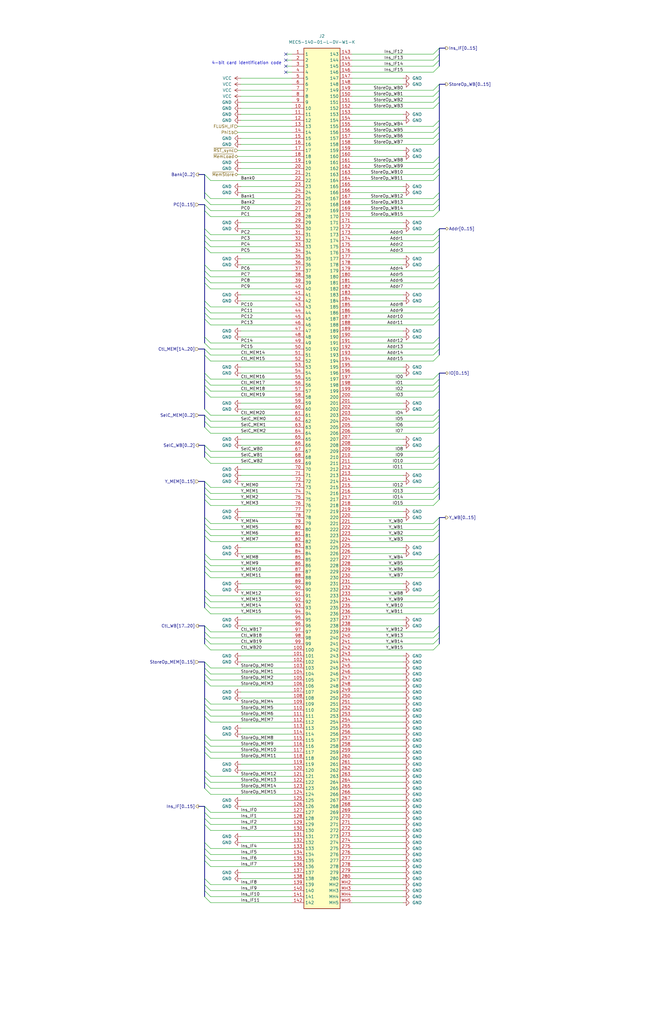
<source format=kicad_sch>
(kicad_sch (version 20250114) (generator "eeschema") (generator_version "9.0")
  (paper "USLedger" portrait)
  (title_block (date "2025-07-01") (rev "A"))
  (text "4-bit card identification code" (at 118.872 26.67 0) (effects (font (size 1.27 1.27)) (justify right)))
  (no_connect (at 120.65 22.86))
  (no_connect (at 120.65 25.4))
  (no_connect (at 120.65 30.48))
  (no_connect (at 120.65 27.94))
  (bus_entry (at 185.42 203.2) (size -2.54 2.54))
  (bus_entry (at 86.36 241.3) (size 2.54 2.54))
  (bus_entry (at 185.42 66.04) (size -2.54 2.54))
  (bus_entry (at 86.36 81.28) (size 2.54 2.54))
  (bus_entry (at 86.36 238.76) (size 2.54 2.54))
  (bus_entry (at 185.42 86.36) (size -2.54 2.54))
  (bus_entry (at 86.36 256.54) (size 2.54 2.54))
  (bus_entry (at 86.36 269.24) (size 2.54 2.54))
  (bus_entry (at 185.42 180.34) (size -2.54 2.54))
  (bus_entry (at 86.36 251.46) (size 2.54 2.54))
  (bus_entry (at 185.42 251.46) (size -2.54 2.54))
  (bus_entry (at 185.42 101.6) (size -2.54 2.54))
  (bus_entry (at 185.42 35.56) (size -2.54 2.54))
  (bus_entry (at 86.36 248.92) (size 2.54 2.54))
  (bus_entry (at 86.36 271.78) (size 2.54 2.54))
  (bus_entry (at 86.36 233.68) (size 2.54 2.54))
  (bus_entry (at 185.42 40.64) (size -2.54 2.54))
  (bus_entry (at 86.36 226.06) (size 2.54 2.54))
  (bus_entry (at 185.42 205.74) (size -2.54 2.54))
  (bus_entry (at 86.36 342.9) (size 2.54 2.54))
  (bus_entry (at 86.36 370.84) (size 2.54 2.54))
  (bus_entry (at 86.36 358.14) (size 2.54 2.54))
  (bus_entry (at 86.36 147.32) (size 2.54 2.54))
  (bus_entry (at 86.36 312.42) (size 2.54 2.54))
  (bus_entry (at 86.36 129.54) (size 2.54 2.54))
  (bus_entry (at 185.42 119.38) (size -2.54 2.54))
  (bus_entry (at 185.42 165.1) (size -2.54 2.54))
  (bus_entry (at 185.42 99.06) (size -2.54 2.54))
  (bus_entry (at 185.42 68.58) (size -2.54 2.54))
  (bus_entry (at 86.36 360.68) (size 2.54 2.54))
  (bus_entry (at 185.42 43.18) (size -2.54 2.54))
  (bus_entry (at 185.42 210.82) (size -2.54 2.54))
  (bus_entry (at 86.36 281.94) (size 2.54 2.54))
  (bus_entry (at 86.36 101.6) (size 2.54 2.54))
  (bus_entry (at 86.36 175.26) (size 2.54 2.54))
  (bus_entry (at 86.36 149.86) (size 2.54 2.54))
  (bus_entry (at 86.36 294.64) (size 2.54 2.54))
  (bus_entry (at 185.42 160.02) (size -2.54 2.54))
  (bus_entry (at 185.42 20.32) (size -2.54 2.54))
  (bus_entry (at 86.36 378.46) (size 2.54 2.54))
  (bus_entry (at 86.36 332.74) (size 2.54 2.54))
  (bus_entry (at 185.42 27.94) (size -2.54 2.54))
  (bus_entry (at 86.36 73.66) (size 2.54 2.54))
  (bus_entry (at 185.42 162.56) (size -2.54 2.54))
  (bus_entry (at 185.42 220.98) (size -2.54 2.54))
  (bus_entry (at 86.36 297.18) (size 2.54 2.54))
  (bus_entry (at 185.42 271.78) (size -2.54 2.54))
  (bus_entry (at 86.36 180.34) (size 2.54 2.54))
  (bus_entry (at 86.36 340.36) (size 2.54 2.54))
  (bus_entry (at 86.36 223.52) (size 2.54 2.54))
  (bus_entry (at 185.42 254) (size -2.54 2.54))
  (bus_entry (at 185.42 22.86) (size -2.54 2.54))
  (bus_entry (at 86.36 264.16) (size 2.54 2.54))
  (bus_entry (at 86.36 220.98) (size 2.54 2.54))
  (bus_entry (at 185.42 53.34) (size -2.54 2.54))
  (bus_entry (at 86.36 119.38) (size 2.54 2.54))
  (bus_entry (at 86.36 104.14) (size 2.54 2.54))
  (bus_entry (at 86.36 96.52) (size 2.54 2.54))
  (bus_entry (at 86.36 266.7) (size 2.54 2.54))
  (bus_entry (at 185.42 190.5) (size -2.54 2.54))
  (bus_entry (at 86.36 144.78) (size 2.54 2.54))
  (bus_entry (at 185.42 132.08) (size -2.54 2.54))
  (bus_entry (at 185.42 236.22) (size -2.54 2.54))
  (bus_entry (at 185.42 193.04) (size -2.54 2.54))
  (bus_entry (at 86.36 309.88) (size 2.54 2.54))
  (bus_entry (at 86.36 254) (size 2.54 2.54))
  (bus_entry (at 185.42 177.8) (size -2.54 2.54))
  (bus_entry (at 86.36 330.2) (size 2.54 2.54))
  (bus_entry (at 185.42 241.3) (size -2.54 2.54))
  (bus_entry (at 86.36 157.48) (size 2.54 2.54))
  (bus_entry (at 86.36 373.38) (size 2.54 2.54))
  (bus_entry (at 185.42 96.52) (size -2.54 2.54))
  (bus_entry (at 86.36 327.66) (size 2.54 2.54))
  (bus_entry (at 185.42 104.14) (size -2.54 2.54))
  (bus_entry (at 86.36 116.84) (size 2.54 2.54))
  (bus_entry (at 185.42 233.68) (size -2.54 2.54))
  (bus_entry (at 185.42 58.42) (size -2.54 2.54))
  (bus_entry (at 86.36 203.2) (size 2.54 2.54))
  (bus_entry (at 185.42 223.52) (size -2.54 2.54))
  (bus_entry (at 185.42 218.44) (size -2.54 2.54))
  (bus_entry (at 86.36 317.5) (size 2.54 2.54))
  (bus_entry (at 185.42 25.4) (size -2.54 2.54))
  (bus_entry (at 86.36 279.4) (size 2.54 2.54))
  (bus_entry (at 185.42 238.76) (size -2.54 2.54))
  (bus_entry (at 185.42 134.62) (size -2.54 2.54))
  (bus_entry (at 86.36 127) (size 2.54 2.54))
  (bus_entry (at 86.36 114.3) (size 2.54 2.54))
  (bus_entry (at 185.42 114.3) (size -2.54 2.54))
  (bus_entry (at 86.36 187.96) (size 2.54 2.54))
  (bus_entry (at 185.42 116.84) (size -2.54 2.54))
  (bus_entry (at 86.36 190.5) (size 2.54 2.54))
  (bus_entry (at 185.42 38.1) (size -2.54 2.54))
  (bus_entry (at 185.42 144.78) (size -2.54 2.54))
  (bus_entry (at 86.36 208.28) (size 2.54 2.54))
  (bus_entry (at 86.36 287.02) (size 2.54 2.54))
  (bus_entry (at 185.42 157.48) (size -2.54 2.54))
  (bus_entry (at 185.42 187.96) (size -2.54 2.54))
  (bus_entry (at 86.36 86.36) (size 2.54 2.54))
  (bus_entry (at 86.36 160.02) (size 2.54 2.54))
  (bus_entry (at 86.36 172.72) (size 2.54 2.54))
  (bus_entry (at 185.42 111.76) (size -2.54 2.54))
  (bus_entry (at 185.42 264.16) (size -2.54 2.54))
  (bus_entry (at 86.36 88.9) (size 2.54 2.54))
  (bus_entry (at 185.42 50.8) (size -2.54 2.54))
  (bus_entry (at 185.42 248.92) (size -2.54 2.54))
  (bus_entry (at 86.36 134.62) (size 2.54 2.54))
  (bus_entry (at 86.36 210.82) (size 2.54 2.54))
  (bus_entry (at 86.36 236.22) (size 2.54 2.54))
  (bus_entry (at 185.42 266.7) (size -2.54 2.54))
  (bus_entry (at 86.36 299.72) (size 2.54 2.54))
  (bus_entry (at 185.42 256.54) (size -2.54 2.54))
  (bus_entry (at 185.42 55.88) (size -2.54 2.54))
  (bus_entry (at 185.42 142.24) (size -2.54 2.54))
  (bus_entry (at 185.42 127) (size -2.54 2.54))
  (bus_entry (at 86.36 325.12) (size 2.54 2.54))
  (bus_entry (at 86.36 142.24) (size 2.54 2.54))
  (bus_entry (at 185.42 88.9) (size -2.54 2.54))
  (bus_entry (at 86.36 111.76) (size 2.54 2.54))
  (bus_entry (at 86.36 302.26) (size 2.54 2.54))
  (bus_entry (at 86.36 162.56) (size 2.54 2.54))
  (bus_entry (at 185.42 73.66) (size -2.54 2.54))
  (bus_entry (at 185.42 81.28) (size -2.54 2.54))
  (bus_entry (at 86.36 83.82) (size 2.54 2.54))
  (bus_entry (at 86.36 375.92) (size 2.54 2.54))
  (bus_entry (at 86.36 132.08) (size 2.54 2.54))
  (bus_entry (at 86.36 355.6) (size 2.54 2.54))
  (bus_entry (at 185.42 83.82) (size -2.54 2.54))
  (bus_entry (at 185.42 149.86) (size -2.54 2.54))
  (bus_entry (at 185.42 208.28) (size -2.54 2.54))
  (bus_entry (at 86.36 314.96) (size 2.54 2.54))
  (bus_entry (at 86.36 99.06) (size 2.54 2.54))
  (bus_entry (at 86.36 363.22) (size 2.54 2.54))
  (bus_entry (at 86.36 165.1) (size 2.54 2.54))
  (bus_entry (at 86.36 284.48) (size 2.54 2.54))
  (bus_entry (at 86.36 205.74) (size 2.54 2.54))
  (bus_entry (at 86.36 347.98) (size 2.54 2.54))
  (bus_entry (at 185.42 269.24) (size -2.54 2.54))
  (bus_entry (at 86.36 177.8) (size 2.54 2.54))
  (bus_entry (at 185.42 175.26) (size -2.54 2.54))
  (bus_entry (at 185.42 129.54) (size -2.54 2.54))
  (bus_entry (at 185.42 71.12) (size -2.54 2.54))
  (bus_entry (at 185.42 226.06) (size -2.54 2.54))
  (bus_entry (at 86.36 218.44) (size 2.54 2.54))
  (bus_entry (at 185.42 195.58) (size -2.54 2.54))
  (bus_entry (at 86.36 345.44) (size 2.54 2.54))
  (bus_entry (at 185.42 172.72) (size -2.54 2.54))
  (bus_entry (at 185.42 147.32) (size -2.54 2.54))
  (bus_entry (at 86.36 193.04) (size 2.54 2.54))
  (bus (pts (xy 86.36 162.56) (xy 86.36 165.1)))
  (bus (pts (xy 86.36 363.22) (xy 86.36 370.84)))
  (wire (pts (xy 101.6 203.2) (xy 123.19 203.2)))
  (wire (pts (xy 182.88 228.6) (xy 148.59 228.6)))
  (wire (pts (xy 170.18 281.94) (xy 148.59 281.94)))
  (wire (pts (xy 88.9 287.02) (xy 123.19 287.02)))
  (wire (pts (xy 88.9 317.5) (xy 123.19 317.5)))
  (bus (pts (xy 83.82 264.16) (xy 86.36 264.16)))
  (wire (pts (xy 182.88 116.84) (xy 148.59 116.84)))
  (wire (pts (xy 182.88 53.34) (xy 148.59 53.34)))
  (wire (pts (xy 170.18 93.98) (xy 148.59 93.98)))
  (wire (pts (xy 101.6 142.24) (xy 123.19 142.24)))
  (wire (pts (xy 88.9 256.54) (xy 123.19 256.54)))
  (wire (pts (xy 101.6 198.12) (xy 123.19 198.12)))
  (bus (pts (xy 86.36 233.68) (xy 86.36 236.22)))
  (wire (pts (xy 101.6 368.3) (xy 123.19 368.3)))
  (bus (pts (xy 86.36 218.44) (xy 86.36 220.98)))
  (wire (pts (xy 100.33 73.66) (xy 123.19 73.66)))
  (wire (pts (xy 170.18 358.14) (xy 148.59 358.14)))
  (bus (pts (xy 185.42 66.04) (xy 185.42 68.58)))
  (wire (pts (xy 182.88 55.88) (xy 148.59 55.88)))
  (wire (pts (xy 101.6 40.64) (xy 123.19 40.64)))
  (bus (pts (xy 185.42 35.56) (xy 185.42 38.1)))
  (bus (pts (xy 86.36 81.28) (xy 86.36 83.82)))
  (wire (pts (xy 182.88 149.86) (xy 148.59 149.86)))
  (wire (pts (xy 182.88 167.64) (xy 148.59 167.64)))
  (wire (pts (xy 88.9 345.44) (xy 123.19 345.44)))
  (wire (pts (xy 120.65 30.48) (xy 123.19 30.48)))
  (wire (pts (xy 182.88 88.9) (xy 148.59 88.9)))
  (wire (pts (xy 101.6 218.44) (xy 123.19 218.44)))
  (bus (pts (xy 86.36 220.98) (xy 86.36 223.52)))
  (wire (pts (xy 182.88 274.32) (xy 148.59 274.32)))
  (wire (pts (xy 101.6 139.7) (xy 123.19 139.7)))
  (wire (pts (xy 170.18 370.84) (xy 148.59 370.84)))
  (bus (pts (xy 185.42 256.54) (xy 185.42 264.16)))
  (wire (pts (xy 182.88 190.5) (xy 148.59 190.5)))
  (wire (pts (xy 101.6 43.18) (xy 123.19 43.18)))
  (wire (pts (xy 170.18 127) (xy 148.59 127)))
  (bus (pts (xy 86.36 327.66) (xy 86.36 330.2)))
  (wire (pts (xy 170.18 375.92) (xy 148.59 375.92)))
  (wire (pts (xy 170.18 292.1) (xy 148.59 292.1)))
  (wire (pts (xy 170.18 187.96) (xy 148.59 187.96)))
  (bus (pts (xy 185.42 83.82) (xy 185.42 86.36)))
  (bus (pts (xy 86.36 101.6) (xy 86.36 104.14)))
  (bus (pts (xy 86.36 254) (xy 86.36 256.54)))
  (bus (pts (xy 185.42 127) (xy 185.42 129.54)))
  (wire (pts (xy 182.88 22.86) (xy 148.59 22.86)))
  (bus (pts (xy 185.42 254) (xy 185.42 256.54)))
  (wire (pts (xy 88.9 378.46) (xy 123.19 378.46)))
  (wire (pts (xy 170.18 327.66) (xy 148.59 327.66)))
  (bus (pts (xy 86.36 226.06) (xy 86.36 233.68)))
  (wire (pts (xy 170.18 287.02) (xy 148.59 287.02)))
  (bus (pts (xy 185.42 269.24) (xy 185.42 271.78)))
  (wire (pts (xy 170.18 332.74) (xy 148.59 332.74)))
  (wire (pts (xy 170.18 200.66) (xy 148.59 200.66)))
  (wire (pts (xy 182.88 68.58) (xy 148.59 68.58)))
  (wire (pts (xy 170.18 78.74) (xy 148.59 78.74)))
  (bus (pts (xy 185.42 218.44) (xy 185.42 220.98)))
  (bus (pts (xy 86.36 299.72) (xy 86.36 302.26)))
  (bus (pts (xy 185.42 157.48) (xy 185.42 160.02)))
  (wire (pts (xy 101.6 170.18) (xy 123.19 170.18)))
  (wire (pts (xy 101.6 78.74) (xy 123.19 78.74)))
  (bus (pts (xy 187.96 96.52) (xy 185.42 96.52)))
  (wire (pts (xy 170.18 276.86) (xy 148.59 276.86)))
  (wire (pts (xy 182.88 86.36) (xy 148.59 86.36)))
  (wire (pts (xy 100.33 53.34) (xy 123.19 53.34)))
  (bus (pts (xy 185.42 175.26) (xy 185.42 177.8)))
  (wire (pts (xy 88.9 137.16) (xy 123.19 137.16)))
  (bus (pts (xy 185.42 223.52) (xy 185.42 226.06)))
  (wire (pts (xy 170.18 33.02) (xy 148.59 33.02)))
  (bus (pts (xy 185.42 134.62) (xy 185.42 142.24)))
  (wire (pts (xy 88.9 274.32) (xy 123.19 274.32)))
  (wire (pts (xy 170.18 345.44) (xy 148.59 345.44)))
  (bus (pts (xy 86.36 269.24) (xy 86.36 271.78)))
  (wire (pts (xy 170.18 203.2) (xy 148.59 203.2)))
  (wire (pts (xy 88.9 381) (xy 123.19 381)))
  (wire (pts (xy 88.9 271.78) (xy 123.19 271.78)))
  (wire (pts (xy 101.6 48.26) (xy 123.19 48.26)))
  (bus (pts (xy 185.42 160.02) (xy 185.42 162.56)))
  (wire (pts (xy 182.88 266.7) (xy 148.59 266.7)))
  (wire (pts (xy 101.6 187.96) (xy 123.19 187.96)))
  (bus (pts (xy 86.36 345.44) (xy 86.36 347.98)))
  (wire (pts (xy 182.88 213.36) (xy 148.59 213.36)))
  (wire (pts (xy 101.6 307.34) (xy 123.19 307.34)))
  (bus (pts (xy 185.42 177.8) (xy 185.42 180.34)))
  (bus (pts (xy 86.36 355.6) (xy 86.36 358.14)))
  (wire (pts (xy 88.9 149.86) (xy 123.19 149.86)))
  (wire (pts (xy 88.9 116.84) (xy 123.19 116.84)))
  (wire (pts (xy 170.18 312.42) (xy 148.59 312.42)))
  (bus (pts (xy 86.36 284.48) (xy 86.36 287.02)))
  (wire (pts (xy 182.88 269.24) (xy 148.59 269.24)))
  (bus (pts (xy 86.36 134.62) (xy 86.36 142.24)))
  (wire (pts (xy 170.18 264.16) (xy 148.59 264.16)))
  (wire (pts (xy 182.88 129.54) (xy 148.59 129.54)))
  (wire (pts (xy 170.18 355.6) (xy 148.59 355.6)))
  (wire (pts (xy 182.88 165.1) (xy 148.59 165.1)))
  (wire (pts (xy 88.9 312.42) (xy 123.19 312.42)))
  (wire (pts (xy 170.18 124.46) (xy 148.59 124.46)))
  (wire (pts (xy 100.33 63.5) (xy 123.19 63.5)))
  (bus (pts (xy 86.36 314.96) (xy 86.36 317.5)))
  (bus (pts (xy 86.36 142.24) (xy 86.36 144.78)))
  (wire (pts (xy 101.6 215.9) (xy 123.19 215.9)))
  (bus (pts (xy 185.42 43.18) (xy 185.42 50.8)))
  (wire (pts (xy 88.9 299.72) (xy 123.19 299.72)))
  (wire (pts (xy 101.6 200.66) (xy 123.19 200.66)))
  (bus (pts (xy 86.36 297.18) (xy 86.36 299.72)))
  (wire (pts (xy 88.9 86.36) (xy 123.19 86.36)))
  (bus (pts (xy 185.42 172.72) (xy 185.42 175.26)))
  (bus (pts (xy 185.42 147.32) (xy 185.42 149.86)))
  (wire (pts (xy 170.18 335.28) (xy 148.59 335.28)))
  (wire (pts (xy 101.6 38.1) (xy 123.19 38.1)))
  (wire (pts (xy 101.6 337.82) (xy 123.19 337.82)))
  (wire (pts (xy 170.18 378.46) (xy 148.59 378.46)))
  (wire (pts (xy 170.18 320.04) (xy 148.59 320.04)))
  (wire (pts (xy 101.6 294.64) (xy 123.19 294.64)))
  (wire (pts (xy 88.9 220.98) (xy 123.19 220.98)))
  (bus (pts (xy 86.36 116.84) (xy 86.36 119.38)))
  (wire (pts (xy 182.88 160.02) (xy 148.59 160.02)))
  (bus (pts (xy 187.96 218.44) (xy 185.42 218.44)))
  (wire (pts (xy 101.6 93.98) (xy 123.19 93.98)))
  (wire (pts (xy 88.9 180.34) (xy 123.19 180.34)))
  (bus (pts (xy 86.36 302.26) (xy 86.36 309.88)))
  (wire (pts (xy 182.88 243.84) (xy 148.59 243.84)))
  (bus (pts (xy 185.42 248.92) (xy 185.42 251.46)))
  (wire (pts (xy 170.18 294.64) (xy 148.59 294.64)))
  (bus (pts (xy 86.36 187.96) (xy 86.36 190.5)))
  (wire (pts (xy 170.18 309.88) (xy 148.59 309.88)))
  (bus (pts (xy 86.36 157.48) (xy 86.36 160.02)))
  (bus (pts (xy 185.42 96.52) (xy 185.42 99.06)))
  (bus (pts (xy 86.36 165.1) (xy 86.36 172.72)))
  (bus (pts (xy 86.36 127) (xy 86.36 129.54)))
  (bus (pts (xy 185.42 58.42) (xy 185.42 66.04)))
  (bus (pts (xy 86.36 88.9) (xy 86.36 96.52)))
  (wire (pts (xy 88.9 205.74) (xy 123.19 205.74)))
  (wire (pts (xy 170.18 185.42) (xy 148.59 185.42)))
  (bus (pts (xy 185.42 220.98) (xy 185.42 223.52)))
  (bus (pts (xy 185.42 68.58) (xy 185.42 71.12)))
  (wire (pts (xy 88.9 228.6) (xy 123.19 228.6)))
  (wire (pts (xy 182.88 144.78) (xy 148.59 144.78)))
  (wire (pts (xy 88.9 152.4) (xy 123.19 152.4)))
  (bus (pts (xy 185.42 251.46) (xy 185.42 254)))
  (wire (pts (xy 182.88 220.98) (xy 148.59 220.98)))
  (wire (pts (xy 101.6 279.4) (xy 123.19 279.4)))
  (wire (pts (xy 182.88 226.06) (xy 148.59 226.06)))
  (bus (pts (xy 185.42 86.36) (xy 185.42 88.9)))
  (wire (pts (xy 88.9 193.04) (xy 123.19 193.04)))
  (wire (pts (xy 182.88 198.12) (xy 148.59 198.12)))
  (bus (pts (xy 86.36 104.14) (xy 86.36 111.76)))
  (wire (pts (xy 182.88 236.22) (xy 148.59 236.22)))
  (wire (pts (xy 182.88 162.56) (xy 148.59 162.56)))
  (wire (pts (xy 170.18 66.04) (xy 148.59 66.04)))
  (bus (pts (xy 185.42 53.34) (xy 185.42 55.88)))
  (bus (pts (xy 185.42 55.88) (xy 185.42 58.42)))
  (bus (pts (xy 86.36 251.46) (xy 86.36 254)))
  (wire (pts (xy 170.18 368.3) (xy 148.59 368.3)))
  (wire (pts (xy 88.9 365.76) (xy 123.19 365.76)))
  (bus (pts (xy 83.82 279.4) (xy 86.36 279.4)))
  (wire (pts (xy 170.18 363.22) (xy 148.59 363.22)))
  (bus (pts (xy 83.82 147.32) (xy 86.36 147.32)))
  (bus (pts (xy 86.36 241.3) (xy 86.36 248.92)))
  (wire (pts (xy 182.88 58.42) (xy 148.59 58.42)))
  (wire (pts (xy 101.6 71.12) (xy 123.19 71.12)))
  (wire (pts (xy 170.18 142.24) (xy 148.59 142.24)))
  (bus (pts (xy 86.36 114.3) (xy 86.36 116.84)))
  (wire (pts (xy 101.6 127) (xy 123.19 127)))
  (bus (pts (xy 86.36 99.06) (xy 86.36 101.6)))
  (wire (pts (xy 170.18 307.34) (xy 148.59 307.34)))
  (wire (pts (xy 88.9 208.28) (xy 123.19 208.28)))
  (wire (pts (xy 101.6 276.86) (xy 123.19 276.86)))
  (wire (pts (xy 170.18 284.48) (xy 148.59 284.48)))
  (bus (pts (xy 185.42 142.24) (xy 185.42 144.78)))
  (wire (pts (xy 88.9 347.98) (xy 123.19 347.98)))
  (bus (pts (xy 185.42 165.1) (xy 185.42 172.72)))
  (wire (pts (xy 170.18 279.4) (xy 148.59 279.4)))
  (wire (pts (xy 120.65 27.94) (xy 123.19 27.94)))
  (wire (pts (xy 88.9 335.28) (xy 123.19 335.28)))
  (bus (pts (xy 86.36 358.14) (xy 86.36 360.68)))
  (bus (pts (xy 86.36 266.7) (xy 86.36 269.24)))
  (wire (pts (xy 88.9 266.7) (xy 123.19 266.7)))
  (wire (pts (xy 170.18 154.94) (xy 148.59 154.94)))
  (wire (pts (xy 88.9 360.68) (xy 123.19 360.68)))
  (bus (pts (xy 83.82 86.36) (xy 86.36 86.36)))
  (wire (pts (xy 101.6 309.88) (xy 123.19 309.88)))
  (wire (pts (xy 170.18 35.56) (xy 148.59 35.56)))
  (bus (pts (xy 86.36 119.38) (xy 86.36 127)))
  (wire (pts (xy 88.9 210.82) (xy 123.19 210.82)))
  (wire (pts (xy 101.6 111.76) (xy 123.19 111.76)))
  (bus (pts (xy 185.42 81.28) (xy 185.42 83.82)))
  (wire (pts (xy 182.88 30.48) (xy 148.59 30.48)))
  (wire (pts (xy 101.6 355.6) (xy 123.19 355.6)))
  (wire (pts (xy 170.18 340.36) (xy 148.59 340.36)))
  (wire (pts (xy 182.88 254) (xy 148.59 254)))
  (wire (pts (xy 170.18 170.18) (xy 148.59 170.18)))
  (wire (pts (xy 170.18 365.76) (xy 148.59 365.76)))
  (wire (pts (xy 100.33 66.04) (xy 123.19 66.04)))
  (bus (pts (xy 185.42 40.64) (xy 185.42 43.18)))
  (wire (pts (xy 182.88 177.8) (xy 148.59 177.8)))
  (wire (pts (xy 101.6 81.28) (xy 123.19 81.28)))
  (wire (pts (xy 170.18 325.12) (xy 148.59 325.12)))
  (wire (pts (xy 170.18 360.68) (xy 148.59 360.68)))
  (wire (pts (xy 170.18 337.82) (xy 148.59 337.82)))
  (wire (pts (xy 170.18 317.5) (xy 148.59 317.5)))
  (wire (pts (xy 120.65 25.4) (xy 123.19 25.4)))
  (wire (pts (xy 182.88 27.94) (xy 148.59 27.94)))
  (wire (pts (xy 170.18 299.72) (xy 148.59 299.72)))
  (wire (pts (xy 88.9 358.14) (xy 123.19 358.14)))
  (wire (pts (xy 170.18 350.52) (xy 148.59 350.52)))
  (bus (pts (xy 86.36 96.52) (xy 86.36 99.06)))
  (bus (pts (xy 86.36 111.76) (xy 86.36 114.3)))
  (wire (pts (xy 88.9 269.24) (xy 123.19 269.24)))
  (wire (pts (xy 88.9 375.92) (xy 123.19 375.92)))
  (bus (pts (xy 83.82 175.26) (xy 86.36 175.26)))
  (bus (pts (xy 86.36 236.22) (xy 86.36 238.76)))
  (wire (pts (xy 88.9 104.14) (xy 123.19 104.14)))
  (bus (pts (xy 83.82 203.2) (xy 86.36 203.2)))
  (wire (pts (xy 182.88 114.3) (xy 148.59 114.3)))
  (wire (pts (xy 170.18 289.56) (xy 148.59 289.56)))
  (wire (pts (xy 170.18 218.44) (xy 148.59 218.44)))
  (bus (pts (xy 185.42 264.16) (xy 185.42 266.7)))
  (wire (pts (xy 101.6 246.38) (xy 123.19 246.38)))
  (wire (pts (xy 101.6 248.92) (xy 123.19 248.92)))
  (wire (pts (xy 88.9 195.58) (xy 123.19 195.58)))
  (wire (pts (xy 182.88 106.68) (xy 148.59 106.68)))
  (bus (pts (xy 185.42 144.78) (xy 185.42 147.32)))
  (wire (pts (xy 170.18 157.48) (xy 148.59 157.48)))
  (bus (pts (xy 86.36 287.02) (xy 86.36 294.64)))
  (wire (pts (xy 182.88 99.06) (xy 148.59 99.06)))
  (wire (pts (xy 182.88 91.44) (xy 148.59 91.44)))
  (wire (pts (xy 101.6 33.02) (xy 123.19 33.02)))
  (wire (pts (xy 88.9 241.3) (xy 123.19 241.3)))
  (bus (pts (xy 185.42 22.86) (xy 185.42 25.4)))
  (wire (pts (xy 182.88 45.72) (xy 148.59 45.72)))
  (wire (pts (xy 101.6 231.14) (xy 123.19 231.14)))
  (wire (pts (xy 88.9 320.04) (xy 123.19 320.04)))
  (wire (pts (xy 101.6 353.06) (xy 123.19 353.06)))
  (bus (pts (xy 86.36 205.74) (xy 86.36 208.28)))
  (bus (pts (xy 86.36 264.16) (xy 86.36 266.7)))
  (wire (pts (xy 101.6 370.84) (xy 123.19 370.84)))
  (wire (pts (xy 182.88 104.14) (xy 148.59 104.14)))
  (bus (pts (xy 86.36 342.9) (xy 86.36 345.44)))
  (wire (pts (xy 88.9 119.38) (xy 123.19 119.38)))
  (wire (pts (xy 88.9 350.52) (xy 123.19 350.52)))
  (wire (pts (xy 100.33 55.88) (xy 123.19 55.88)))
  (wire (pts (xy 101.6 264.16) (xy 123.19 264.16)))
  (wire (pts (xy 182.88 180.34) (xy 148.59 180.34)))
  (wire (pts (xy 170.18 215.9) (xy 148.59 215.9)))
  (bus (pts (xy 83.82 187.96) (xy 86.36 187.96)))
  (wire (pts (xy 182.88 241.3) (xy 148.59 241.3)))
  (bus (pts (xy 185.42 190.5) (xy 185.42 193.04)))
  (bus (pts (xy 185.42 162.56) (xy 185.42 165.1)))
  (bus (pts (xy 185.42 116.84) (xy 185.42 119.38)))
  (bus (pts (xy 83.82 73.66) (xy 86.36 73.66)))
  (wire (pts (xy 170.18 330.2) (xy 148.59 330.2)))
  (wire (pts (xy 88.9 223.52) (xy 123.19 223.52)))
  (wire (pts (xy 88.9 213.36) (xy 123.19 213.36)))
  (wire (pts (xy 88.9 332.74) (xy 123.19 332.74)))
  (bus (pts (xy 187.96 157.48) (xy 185.42 157.48)))
  (bus (pts (xy 185.42 99.06) (xy 185.42 101.6)))
  (bus (pts (xy 86.36 370.84) (xy 86.36 373.38)))
  (bus (pts (xy 86.36 294.64) (xy 86.36 297.18)))
  (wire (pts (xy 88.9 99.06) (xy 123.19 99.06)))
  (bus (pts (xy 185.42 203.2) (xy 185.42 205.74)))
  (wire (pts (xy 182.88 193.04) (xy 148.59 193.04)))
  (wire (pts (xy 182.88 73.66) (xy 148.59 73.66)))
  (bus (pts (xy 86.36 312.42) (xy 86.36 314.96)))
  (wire (pts (xy 101.6 109.22) (xy 123.19 109.22)))
  (bus (pts (xy 185.42 25.4) (xy 185.42 27.94)))
  (bus (pts (xy 185.42 129.54) (xy 185.42 132.08)))
  (wire (pts (xy 101.6 261.62) (xy 123.19 261.62)))
  (wire (pts (xy 88.9 330.2) (xy 123.19 330.2)))
  (wire (pts (xy 88.9 226.06) (xy 123.19 226.06)))
  (wire (pts (xy 182.88 175.26) (xy 148.59 175.26)))
  (wire (pts (xy 88.9 259.08) (xy 123.19 259.08)))
  (bus (pts (xy 86.36 203.2) (xy 86.36 205.74)))
  (bus (pts (xy 185.42 132.08) (xy 185.42 134.62)))
  (wire (pts (xy 182.88 195.58) (xy 148.59 195.58)))
  (bus (pts (xy 185.42 195.58) (xy 185.42 203.2)))
  (bus (pts (xy 185.42 233.68) (xy 185.42 236.22)))
  (wire (pts (xy 88.9 106.68) (xy 123.19 106.68)))
  (wire (pts (xy 88.9 304.8) (xy 123.19 304.8)))
  (wire (pts (xy 182.88 271.78) (xy 148.59 271.78)))
  (wire (pts (xy 101.6 322.58) (xy 123.19 322.58)))
  (bus (pts (xy 185.42 104.14) (xy 185.42 111.76)))
  (wire (pts (xy 88.9 132.08) (xy 123.19 132.08)))
  (wire (pts (xy 101.6 58.42) (xy 123.19 58.42)))
  (wire (pts (xy 101.6 292.1) (xy 123.19 292.1)))
  (wire (pts (xy 88.9 88.9) (xy 123.19 88.9)))
  (wire (pts (xy 182.88 119.38) (xy 148.59 119.38)))
  (bus (pts (xy 185.42 205.74) (xy 185.42 208.28)))
  (wire (pts (xy 182.88 137.16) (xy 148.59 137.16)))
  (bus (pts (xy 185.42 193.04) (xy 185.42 195.58)))
  (wire (pts (xy 182.88 208.28) (xy 148.59 208.28)))
  (bus (pts (xy 185.42 119.38) (xy 185.42 127)))
  (wire (pts (xy 88.9 251.46) (xy 123.19 251.46)))
  (wire (pts (xy 182.88 60.96) (xy 148.59 60.96)))
  (wire (pts (xy 88.9 162.56) (xy 123.19 162.56)))
  (wire (pts (xy 88.9 114.3) (xy 123.19 114.3)))
  (wire (pts (xy 101.6 45.72) (xy 123.19 45.72)))
  (wire (pts (xy 182.88 121.92) (xy 148.59 121.92)))
  (wire (pts (xy 182.88 134.62) (xy 148.59 134.62)))
  (wire (pts (xy 170.18 233.68) (xy 148.59 233.68)))
  (bus (pts (xy 185.42 236.22) (xy 185.42 238.76)))
  (wire (pts (xy 101.6 185.42) (xy 123.19 185.42)))
  (wire (pts (xy 88.9 175.26) (xy 123.19 175.26)))
  (wire (pts (xy 170.18 248.92) (xy 148.59 248.92)))
  (bus (pts (xy 185.42 73.66) (xy 185.42 81.28)))
  (wire (pts (xy 101.6 68.58) (xy 123.19 68.58)))
  (wire (pts (xy 88.9 76.2) (xy 123.19 76.2)))
  (bus (pts (xy 185.42 50.8) (xy 185.42 53.34)))
  (wire (pts (xy 101.6 96.52) (xy 123.19 96.52)))
  (wire (pts (xy 170.18 246.38) (xy 148.59 246.38)))
  (bus (pts (xy 187.96 35.56) (xy 185.42 35.56)))
  (wire (pts (xy 170.18 231.14) (xy 148.59 231.14)))
  (bus (pts (xy 86.36 238.76) (xy 86.36 241.3)))
  (wire (pts (xy 88.9 144.78) (xy 123.19 144.78)))
  (wire (pts (xy 88.9 363.22) (xy 123.19 363.22)))
  (wire (pts (xy 182.88 101.6) (xy 148.59 101.6)))
  (wire (pts (xy 88.9 342.9) (xy 123.19 342.9)))
  (wire (pts (xy 88.9 254) (xy 123.19 254)))
  (wire (pts (xy 88.9 147.32) (xy 123.19 147.32)))
  (bus (pts (xy 185.42 101.6) (xy 185.42 104.14)))
  (wire (pts (xy 88.9 160.02) (xy 123.19 160.02)))
  (wire (pts (xy 170.18 353.06) (xy 148.59 353.06)))
  (wire (pts (xy 182.88 182.88) (xy 148.59 182.88)))
  (wire (pts (xy 88.9 289.56) (xy 123.19 289.56)))
  (bus (pts (xy 185.42 71.12) (xy 185.42 73.66)))
  (bus (pts (xy 185.42 238.76) (xy 185.42 241.3)))
  (wire (pts (xy 170.18 139.7) (xy 148.59 139.7)))
  (wire (pts (xy 182.88 259.08) (xy 148.59 259.08)))
  (wire (pts (xy 88.9 129.54) (xy 123.19 129.54)))
  (bus (pts (xy 86.36 340.36) (xy 86.36 342.9)))
  (wire (pts (xy 88.9 327.66) (xy 123.19 327.66)))
  (bus (pts (xy 86.36 147.32) (xy 86.36 149.86)))
  (wire (pts (xy 182.88 152.4) (xy 148.59 152.4)))
  (wire (pts (xy 182.88 76.2) (xy 148.59 76.2)))
  (wire (pts (xy 182.88 147.32) (xy 148.59 147.32)))
  (bus (pts (xy 185.42 187.96) (xy 185.42 190.5)))
  (wire (pts (xy 101.6 157.48) (xy 123.19 157.48)))
  (wire (pts (xy 88.9 314.96) (xy 123.19 314.96)))
  (wire (pts (xy 101.6 124.46) (xy 123.19 124.46)))
  (wire (pts (xy 170.18 297.18) (xy 148.59 297.18)))
  (wire (pts (xy 170.18 111.76) (xy 148.59 111.76)))
  (bus (pts (xy 86.36 132.08) (xy 86.36 134.62)))
  (wire (pts (xy 170.18 304.8) (xy 148.59 304.8)))
  (wire (pts (xy 170.18 373.38) (xy 148.59 373.38)))
  (wire (pts (xy 101.6 60.96) (xy 123.19 60.96)))
  (wire (pts (xy 88.9 302.26) (xy 123.19 302.26)))
  (bus (pts (xy 86.36 317.5) (xy 86.36 325.12)))
  (wire (pts (xy 170.18 81.28) (xy 148.59 81.28)))
  (bus (pts (xy 86.36 375.92) (xy 86.36 378.46)))
  (wire (pts (xy 170.18 172.72) (xy 148.59 172.72)))
  (bus (pts (xy 86.36 177.8) (xy 86.36 180.34)))
  (wire (pts (xy 101.6 154.94) (xy 123.19 154.94)))
  (wire (pts (xy 182.88 238.76) (xy 148.59 238.76)))
  (bus (pts (xy 185.42 38.1) (xy 185.42 40.64)))
  (wire (pts (xy 170.18 322.58) (xy 148.59 322.58)))
  (wire (pts (xy 182.88 132.08) (xy 148.59 132.08)))
  (wire (pts (xy 170.18 109.22) (xy 148.59 109.22)))
  (bus (pts (xy 86.36 190.5) (xy 86.36 193.04)))
  (bus (pts (xy 86.36 325.12) (xy 86.36 327.66)))
  (wire (pts (xy 182.88 256.54) (xy 148.59 256.54)))
  (wire (pts (xy 170.18 342.9) (xy 148.59 342.9)))
  (wire (pts (xy 101.6 325.12) (xy 123.19 325.12)))
  (bus (pts (xy 86.36 347.98) (xy 86.36 355.6)))
  (bus (pts (xy 185.42 241.3) (xy 185.42 248.92)))
  (wire (pts (xy 182.88 71.12) (xy 148.59 71.12)))
  (wire (pts (xy 170.18 50.8) (xy 148.59 50.8)))
  (wire (pts (xy 88.9 121.92) (xy 123.19 121.92)))
  (wire (pts (xy 88.9 167.64) (xy 123.19 167.64)))
  (bus (pts (xy 86.36 129.54) (xy 86.36 132.08)))
  (wire (pts (xy 170.18 314.96) (xy 148.59 314.96)))
  (bus (pts (xy 86.36 279.4) (xy 86.36 281.94)))
  (bus (pts (xy 187.96 20.32) (xy 185.42 20.32)))
  (wire (pts (xy 170.18 63.5) (xy 148.59 63.5)))
  (wire (pts (xy 182.88 83.82) (xy 148.59 83.82)))
  (bus (pts (xy 86.36 248.92) (xy 86.36 251.46)))
  (wire (pts (xy 182.88 25.4) (xy 148.59 25.4)))
  (wire (pts (xy 101.6 233.68) (xy 123.19 233.68)))
  (wire (pts (xy 170.18 302.26) (xy 148.59 302.26)))
  (wire (pts (xy 88.9 134.62) (xy 123.19 134.62)))
  (bus (pts (xy 86.36 360.68) (xy 86.36 363.22)))
  (wire (pts (xy 88.9 281.94) (xy 123.19 281.94)))
  (bus (pts (xy 86.36 86.36) (xy 86.36 88.9)))
  (wire (pts (xy 182.88 38.1) (xy 148.59 38.1)))
  (wire (pts (xy 101.6 172.72) (xy 123.19 172.72)))
  (wire (pts (xy 88.9 177.8) (xy 123.19 177.8)))
  (bus (pts (xy 185.42 226.06) (xy 185.42 233.68)))
  (bus (pts (xy 86.36 281.94) (xy 86.36 284.48)))
  (bus (pts (xy 185.42 111.76) (xy 185.42 114.3)))
  (wire (pts (xy 88.9 101.6) (xy 123.19 101.6)))
  (bus (pts (xy 185.42 20.32) (xy 185.42 22.86)))
  (wire (pts (xy 88.9 373.38) (xy 123.19 373.38)))
  (bus (pts (xy 86.36 330.2) (xy 86.36 332.74)))
  (bus (pts (xy 86.36 208.28) (xy 86.36 210.82)))
  (bus (pts (xy 185.42 208.28) (xy 185.42 210.82)))
  (wire (pts (xy 101.6 50.8) (xy 123.19 50.8)))
  (wire (pts (xy 182.88 251.46) (xy 148.59 251.46)))
  (wire (pts (xy 170.18 48.26) (xy 148.59 48.26)))
  (wire (pts (xy 170.18 96.52) (xy 148.59 96.52)))
  (bus (pts (xy 185.42 180.34) (xy 185.42 187.96)))
  (wire (pts (xy 88.9 165.1) (xy 123.19 165.1)))
  (wire (pts (xy 88.9 182.88) (xy 123.19 182.88)))
  (wire (pts (xy 101.6 340.36) (xy 123.19 340.36)))
  (wire (pts (xy 182.88 40.64) (xy 148.59 40.64)))
  (wire (pts (xy 170.18 381) (xy 148.59 381)))
  (bus (pts (xy 185.42 266.7) (xy 185.42 269.24)))
  (bus (pts (xy 86.36 73.66) (xy 86.36 81.28)))
  (wire (pts (xy 182.88 205.74) (xy 148.59 205.74)))
  (wire (pts (xy 88.9 297.18) (xy 123.19 297.18)))
  (wire (pts (xy 120.65 22.86) (xy 123.19 22.86)))
  (wire (pts (xy 88.9 83.82) (xy 123.19 83.82)))
  (wire (pts (xy 88.9 91.44) (xy 123.19 91.44)))
  (wire (pts (xy 182.88 210.82) (xy 148.59 210.82)))
  (bus (pts (xy 86.36 223.52) (xy 86.36 226.06)))
  (wire (pts (xy 101.6 35.56) (xy 123.19 35.56)))
  (wire (pts (xy 88.9 238.76) (xy 123.19 238.76)))
  (wire (pts (xy 88.9 243.84) (xy 123.19 243.84)))
  (wire (pts (xy 170.18 261.62) (xy 148.59 261.62)))
  (bus (pts (xy 185.42 114.3) (xy 185.42 116.84)))
  (wire (pts (xy 170.18 347.98) (xy 148.59 347.98)))
  (wire (pts (xy 88.9 190.5) (xy 123.19 190.5)))
  (bus (pts (xy 83.82 340.36) (xy 86.36 340.36)))
  (wire (pts (xy 182.88 223.52) (xy 148.59 223.52)))
  (bus (pts (xy 86.36 210.82) (xy 86.36 218.44)))
  (wire (pts (xy 88.9 284.48) (xy 123.19 284.48)))
  (bus (pts (xy 86.36 309.88) (xy 86.36 312.42)))
  (bus (pts (xy 86.36 149.86) (xy 86.36 157.48)))
  (bus (pts (xy 86.36 175.26) (xy 86.36 177.8)))
  (wire (pts (xy 182.88 43.18) (xy 148.59 43.18)))
  (wire (pts (xy 88.9 236.22) (xy 123.19 236.22)))
  (bus (pts (xy 86.36 160.02) (xy 86.36 162.56)))
  (bus (pts (xy 86.36 373.38) (xy 86.36 375.92)))
  (label "StoreOp_MEM11" (at 101.6 320.04 0))
  (label "StoreOp_MEM15" (at 101.6 335.28 0))
  (label "Ctl_WB20" (at 101.6 274.32 0))
  (label "Y_WB9" (at 170.18 254 180))
  (label "Y_WB8" (at 170.18 251.46 180))
  (label "Y_WB15" (at 170.18 274.32 180))
  (label "StoreOp_WB4" (at 170.18 53.34 180))
  (label "Y_MEM8" (at 101.6 236.22 0))
  (label "StoreOp_MEM1" (at 101.6 284.48 0))
  (label "PC3" (at 101.6 101.6 0))
  (label "StoreOp_WB3" (at 170.18 45.72 180))
  (label "Addr8" (at 170.18 129.54 180))
  (label "Ins_IF13" (at 170.18 25.4 180))
  (label "Addr13" (at 170.18 147.32 180))
  (label "Addr14" (at 170.18 149.86 180))
  (label "Ins_IF11" (at 101.6 381 0))
  (label "Ins_IF2" (at 101.6 347.98 0))
  (label "StoreOp_WB12" (at 170.18 83.82 180))
  (label "Addr6" (at 170.18 119.38 180))
  (label "Y_MEM6" (at 101.6 226.06 0))
  (label "StoreOp_WB5" (at 170.18 55.88 180))
  (label "Bank2" (at 101.6 86.36 0))
  (label "Ctl_WB17" (at 101.6 266.7 0))
  (label "IO2" (at 170.18 165.1 180))
  (label "IO0" (at 170.18 160.02 180))
  (label "PC8" (at 101.6 119.38 0))
  (label "StoreOp_MEM3" (at 101.6 289.56 0))
  (label "Ins_IF9" (at 101.6 375.92 0))
  (label "IO1" (at 170.18 162.56 180))
  (label "IO10" (at 170.18 195.58 180))
  (label "Ins_IF5" (at 101.6 360.68 0))
  (label "StoreOp_MEM0" (at 101.6 281.94 0))
  (label "StoreOp_WB11" (at 170.18 76.2 180))
  (label "IO8" (at 170.18 190.5 180))
  (label "StoreOp_MEM5" (at 101.6 299.72 0))
  (label "Y_WB1" (at 170.18 223.52 180))
  (label "StoreOp_MEM10" (at 101.6 317.5 0))
  (label "Ctl_MEM14" (at 101.6 149.86 0))
  (label "StoreOp_MEM4" (at 101.6 297.18 0))
  (label "Y_WB6" (at 170.18 241.3 180))
  (label "StoreOp_WB1" (at 170.18 40.64 180))
  (label "SelC_MEM0" (at 101.6 177.8 0))
  (label "IO12" (at 170.18 205.74 180))
  (label "StoreOp_MEM2" (at 101.6 287.02 0))
  (label "SelC_MEM2" (at 101.6 182.88 0))
  (label "Addr7" (at 170.18 121.92 180))
  (label "PC12" (at 101.6 134.62 0))
  (label "PC1" (at 101.6 91.44 0))
  (label "Y_WB5" (at 170.18 238.76 180))
  (label "Y_WB4" (at 170.18 236.22 180))
  (label "PC2" (at 101.6 99.06 0))
  (label "Y_MEM7" (at 101.6 228.6 0))
  (label "Addr12" (at 170.18 144.78 180))
  (label "Ins_IF7" (at 101.6 365.76 0))
  (label "Y_WB12" (at 170.18 266.7 180))
  (label "IO9" (at 170.18 193.04 180))
  (label "Y_WB10" (at 170.18 256.54 180))
  (label "Y_WB0" (at 170.18 220.98 180))
  (label "PC13" (at 101.6 137.16 0))
  (label "PC10" (at 101.6 129.54 0))
  (label "IO3" (at 170.18 167.64 180))
  (label "Y_MEM1" (at 101.6 208.28 0))
  (label "StoreOp_WB6" (at 170.18 58.42 180))
  (label "Addr5" (at 170.18 116.84 180))
  (label "Y_MEM3" (at 101.6 213.36 0))
  (label "Y_MEM15" (at 101.6 259.08 0))
  (label "PC7" (at 101.6 116.84 0))
  (label "Ctl_MEM20" (at 101.6 175.26 0))
  (label "Ins_IF14" (at 170.18 27.94 180))
  (label "Addr3" (at 170.18 106.68 180))
  (label "Ins_IF0" (at 101.6 342.9 0))
  (label "Addr11" (at 170.18 137.16 180))
  (label "Y_MEM10" (at 101.6 241.3 0))
  (label "Bank1" (at 101.6 83.82 0))
  (label "StoreOp_WB8" (at 170.18 68.58 180))
  (label "IO6" (at 170.18 180.34 180))
  (label "Y_MEM13" (at 101.6 254 0))
  (label "Y_WB14" (at 170.18 271.78 180))
  (label "Ctl_MEM16" (at 101.6 160.02 0))
  (label "Addr2" (at 170.18 104.14 180))
  (label "Ctl_MEM18" (at 101.6 165.1 0))
  (label "PC4" (at 101.6 104.14 0))
  (label "StoreOp_MEM9" (at 101.6 314.96 0))
  (label "StoreOp_MEM6" (at 101.6 302.26 0))
  (label "StoreOp_WB13" (at 170.18 86.36 180))
  (label "StoreOp_WB2" (at 170.18 43.18 180))
  (label "Y_WB2" (at 170.18 226.06 180))
  (label "Ins_IF15" (at 170.18 30.48 180))
  (label "StoreOp_WB7" (at 170.18 60.96 180))
  (label "IO11" (at 170.18 198.12 180))
  (label "StoreOp_MEM8" (at 101.6 312.42 0))
  (label "Y_WB3" (at 170.18 228.6 180))
  (label "StoreOp_WB15" (at 170.18 91.44 180))
  (label "PC0" (at 101.6 88.9 0))
  (label "Addr1" (at 170.18 101.6 180))
  (label "Y_WB7" (at 170.18 243.84 180))
  (label "Addr4" (at 170.18 114.3 180))
  (label "Ctl_MEM19" (at 101.6 167.64 0))
  (label "Ctl_MEM17" (at 101.6 162.56 0))
  (label "Y_WB11" (at 170.18 259.08 180))
  (label "Y_MEM2" (at 101.6 210.82 0))
  (label "Addr10" (at 170.18 134.62 180))
  (label "IO5" (at 170.18 177.8 180))
  (label "Bank0" (at 101.6 76.2 0))
  (label "Ins_IF4" (at 101.6 358.14 0))
  (label "Ins_IF8" (at 101.6 373.38 0))
  (label "StoreOp_MEM12" (at 101.6 327.66 0))
  (label "Y_MEM9" (at 101.6 238.76 0))
  (label "StoreOp_WB10" (at 170.18 73.66 180))
  (label "Y_MEM0" (at 101.6 205.74 0))
  (label "IO4" (at 170.18 175.26 180))
  (label "IO7" (at 170.18 182.88 180))
  (label "StoreOp_WB0" (at 170.18 38.1 180))
  (label "Y_MEM14" (at 101.6 256.54 0))
  (label "StoreOp_MEM14" (at 101.6 332.74 0))
  (label "Y_MEM5" (at 101.6 223.52 0))
  (label "Addr0" (at 170.18 99.06 180))
  (label "Addr15" (at 170.18 152.4 180))
  (label "Y_MEM4" (at 101.6 220.98 0))
  (label "Ctl_WB18" (at 101.6 269.24 0))
  (label "IO15" (at 170.18 213.36 180))
  (label "PC6" (at 101.6 114.3 0))
  (label "Y_WB13" (at 170.18 269.24 180))
  (label "SelC_WB2" (at 101.6 195.58 0))
  (label "Ins_IF10" (at 101.6 378.46 0))
  (label "StoreOp_MEM7" (at 101.6 304.8 0))
  (label "StoreOp_WB14" (at 170.18 88.9 180))
  (label "Y_MEM12" (at 101.6 251.46 0))
  (label "Ctl_WB19" (at 101.6 271.78 0))
  (label "PC5" (at 101.6 106.68 0))
  (label "Ins_IF1" (at 101.6 345.44 0))
  (label "StoreOp_WB9" (at 170.18 71.12 180))
  (label "PC11" (at 101.6 132.08 0))
  (label "Y_MEM11" (at 101.6 243.84 0))
  (label "Ctl_MEM15" (at 101.6 152.4 0))
  (label "SelC_MEM1" (at 101.6 180.34 0))
  (label "PC9" (at 101.6 121.92 0))
  (label "PC14" (at 101.6 144.78 0))
  (label "StoreOp_MEM13" (at 101.6 330.2 0))
  (label "Addr9" (at 170.18 132.08 180))
  (label "SelC_WB0" (at 101.6 190.5 0))
  (label "PC15" (at 101.6 147.32 0))
  (label "Ins_IF12" (at 170.18 22.86 180))
  (label "IO13" (at 170.18 208.28 180))
  (label "IO14" (at 170.18 210.82 180))
  (label "SelC_WB1" (at 101.6 193.04 0))
  (label "Ins_IF3" (at 101.6 350.52 0))
  (label "Ins_IF6" (at 101.6 363.22 0))
  (hierarchical_label "Ins_IF[0..15]" (shape output) (at 83.82 340.36 180))
  (hierarchical_label "StoreOp_MEM[0..15]" (shape input) (at 83.82 279.4 180))
  (hierarchical_label "StoreOp_WB[0..15]" (shape output) (at 187.96 35.56 0))
  (hierarchical_label "Phi1b" (shape input) (at 100.33 55.88 180))
  (hierarchical_label "PC[0..15]" (shape input) (at 83.82 86.36 180))
  (hierarchical_label "Bank[0..2]" (shape output) (at 83.82 73.66 180))
  (hierarchical_label "SelC_WB[0..2]" (shape output) (at 83.82 187.96 180))
  (hierarchical_label "Ctl_WB[17..20]" (shape output) (at 83.82 264.16 180))
  (hierarchical_label "~{MemLoad}" (shape tri_state) (at 100.33 66.04 180))
  (hierarchical_label "IO[0..15]" (shape tri_state) (at 187.96 157.48 0))
  (hierarchical_label "Y_MEM[0..15]" (shape input) (at 83.82 203.2 180))
  (hierarchical_label "Ins_IF[0..15]" (shape output) (at 187.96 20.32 0))
  (hierarchical_label "Addr[0..15]" (shape tri_state) (at 187.96 96.52 0))
  (hierarchical_label "~{RST_sync}" (shape input) (at 100.33 63.5 180))
  (hierarchical_label "Ctl_MEM[14..20]" (shape input) (at 83.82 147.32 180))
  (hierarchical_label "Y_WB[0..15]" (shape output) (at 187.96 218.44 0))
  (hierarchical_label "~{MemStore}" (shape tri_state) (at 100.33 73.66 180))
  (hierarchical_label "FLUSH_IF" (shape input) (at 100.33 53.34 180))
  (hierarchical_label "SelC_MEM[0..2]" (shape input) (at 83.82 175.26 180))
  (symbol (lib_id "power:GND") (at 170.18 292.1 90) (mirror x) (unit 1)
    (property "Reference" "#PWR0521" (effects (hide yes)))
    (property "Value" "GND" (at 173.99 292.0999 90) (effects (justify right)))
    (property "Description" "Power symbol creates a global label with name \"GND\" , ground" (effects (hide yes)))
  )
  (symbol (lib_id "power:GND") (at 170.18 157.48 90) (mirror x) (unit 1)
    (property "Reference" "#PWR0494" (effects (hide yes)))
    (property "Value" "GND" (at 173.99 157.4799 90) (effects (justify right)))
    (property "Description" "Power symbol creates a global label with name \"GND\" , ground" (effects (hide yes)))
  )
  (symbol (lib_id "power:GND") (at 101.6 170.18 270) (unit 1)
    (property "Reference" "#PWR0140" (effects (hide yes)))
    (property "Value" "GND" (at 97.79 170.1799 90) (effects (justify right)))
    (property "Description" "Power symbol creates a global label with name \"GND\" , ground" (effects (hide yes)))
  )
  (symbol (lib_id "power:GND") (at 170.18 139.7 90) (mirror x) (unit 1)
    (property "Reference" "#PWR0489" (effects (hide yes)))
    (property "Value" "GND" (at 173.99 139.6999 90) (effects (justify right)))
    (property "Description" "Power symbol creates a global label with name \"GND\" , ground" (effects (hide yes)))
  )
  (symbol (lib_id "power:GND") (at 101.6 248.92 270) (unit 1)
    (property "Reference" "#PWR0167" (effects (hide yes)))
    (property "Value" "GND" (at 97.79 248.9199 90) (effects (justify right)))
    (property "Description" "Power symbol creates a global label with name \"GND\" , ground" (effects (hide yes)))
  )
  (symbol (lib_id "power:GND") (at 170.18 358.14 90) (mirror x) (unit 1)
    (property "Reference" "#PWR0170" (effects (hide yes)))
    (property "Value" "GND" (at 173.99 358.1399 90) (effects (justify right)))
    (property "Description" "Power symbol creates a global label with name \"GND\" , ground" (effects (hide yes)))
  )
  (symbol (lib_id "power:GND") (at 170.18 48.26 90) (mirror x) (unit 1)
    (property "Reference" "#PWR0473" (effects (hide yes)))
    (property "Value" "GND" (at 173.99 48.2599 90) (effects (justify right)))
    (property "Description" "Power symbol creates a global label with name \"GND\" , ground" (effects (hide yes)))
  )
  (symbol (lib_id "power:GND") (at 101.6 139.7 270) (unit 1)
    (property "Reference" "#PWR0134" (effects (hide yes)))
    (property "Value" "GND" (at 97.79 139.6999 90) (effects (justify right)))
    (property "Description" "Power symbol creates a global label with name \"GND\" , ground" (effects (hide yes)))
  )
  (symbol (lib_id "power:GND") (at 170.18 381 90) (mirror x) (unit 1)
    (property "Reference" "#PWR0538" (effects (hide yes)))
    (property "Value" "GND" (at 173.99 380.9999 90) (effects (justify right)))
    (property "Description" "Power symbol creates a global label with name \"GND\" , ground" (effects (hide yes)))
  )
  (symbol (lib_id "power:GND") (at 101.6 185.42 270) (unit 1)
    (property "Reference" "#PWR0158" (effects (hide yes)))
    (property "Value" "GND" (at 97.79 185.4199 90) (effects (justify right)))
    (property "Description" "Power symbol creates a global label with name \"GND\" , ground" (effects (hide yes)))
  )
  (symbol (lib_id "power:GND") (at 101.6 142.24 270) (unit 1)
    (property "Reference" "#PWR0135" (effects (hide yes)))
    (property "Value" "GND" (at 97.79 142.2399 90) (effects (justify right)))
    (property "Description" "Power symbol creates a global label with name \"GND\" , ground" (effects (hide yes)))
  )
  (symbol (lib_id "power:GND") (at 101.6 368.3 270) (unit 1)
    (property "Reference" "#PWR0188" (effects (hide yes)))
    (property "Value" "GND" (at 97.79 368.2999 90) (effects (justify right)))
    (property "Description" "Power symbol creates a global label with name \"GND\" , ground" (effects (hide yes)))
  )
  (symbol (lib_id "power:GND") (at 170.18 307.34 90) (mirror x) (unit 1)
    (property "Reference" "#PWR0523" (effects (hide yes)))
    (property "Value" "GND" (at 173.99 307.3399 90) (effects (justify right)))
    (property "Description" "Power symbol creates a global label with name \"GND\" , ground" (effects (hide yes)))
  )
  (symbol (lib_id "power:GND") (at 170.18 355.6 90) (mirror x) (unit 1)
    (property "Reference" "#PWR0534" (effects (hide yes)))
    (property "Value" "GND" (at 173.99 355.5999 90) (effects (justify right)))
    (property "Description" "Power symbol creates a global label with name \"GND\" , ground" (effects (hide yes)))
  )
  (symbol (lib_id "power:GND") (at 170.18 373.38 90) (mirror x) (unit 1)
    (property "Reference" "#PWR057" (effects (hide yes)))
    (property "Value" "GND" (at 173.99 373.3799 90) (effects (justify right)))
    (property "Description" "Power symbol creates a global label with name \"GND\" , ground" (effects (hide yes)))
  )
  (symbol (lib_id "power:GND") (at 170.18 142.24 90) (mirror x) (unit 1)
    (property "Reference" "#PWR0490" (effects (hide yes)))
    (property "Value" "GND" (at 173.99 142.2399 90) (effects (justify right)))
    (property "Description" "Power symbol creates a global label with name \"GND\" , ground" (effects (hide yes)))
  )
  (symbol (lib_id "power:GND") (at 101.6 81.28 270) (unit 1)
    (property "Reference" "#PWR022" (effects (hide yes)))
    (property "Value" "GND" (at 97.79 81.2799 90) (effects (justify right)))
    (property "Description" "Power symbol creates a global label with name \"GND\" , ground" (effects (hide yes)))
  )
  (symbol (lib_id "power:GND") (at 170.18 320.04 90) (mirror x) (unit 1)
    (property "Reference" "#PWR0151" (effects (hide yes)))
    (property "Value" "GND" (at 173.99 320.0399 90) (effects (justify right)))
    (property "Description" "Power symbol creates a global label with name \"GND\" , ground" (effects (hide yes)))
  )
  (symbol (lib_id "power:GND") (at 170.18 78.74 90) (mirror x) (unit 1)
    (property "Reference" "#PWR0479" (effects (hide yes)))
    (property "Value" "GND" (at 173.99 78.7399 90) (effects (justify right)))
    (property "Description" "Power symbol creates a global label with name \"GND\" , ground" (effects (hide yes)))
  )
  (symbol (lib_id "power:GND") (at 170.18 93.98 90) (mirror x) (unit 1)
    (property "Reference" "#PWR0481" (effects (hide yes)))
    (property "Value" "GND" (at 173.99 93.9799 90) (effects (justify right)))
    (property "Description" "Power symbol creates a global label with name \"GND\" , ground" (effects (hide yes)))
  )
  (symbol (lib_id "power:GND") (at 101.6 355.6 270) (unit 1)
    (property "Reference" "#PWR0187" (effects (hide yes)))
    (property "Value" "GND" (at 97.79 355.5999 90) (effects (justify right)))
    (property "Description" "Power symbol creates a global label with name \"GND\" , ground" (effects (hide yes)))
  )
  (symbol (lib_id "power:GND") (at 101.6 307.34 270) (unit 1)
    (property "Reference" "#PWR0178" (effects (hide yes)))
    (property "Value" "GND" (at 97.79 307.3399 90) (effects (justify right)))
    (property "Description" "Power symbol creates a global label with name \"GND\" , ground" (effects (hide yes)))
  )
  (symbol (lib_id "power:GND") (at 170.18 302.26 90) (mirror x) (unit 1)
    (property "Reference" "#PWR0146" (effects (hide yes)))
    (property "Value" "GND" (at 173.99 302.2599 90) (effects (justify right)))
    (property "Description" "Power symbol creates a global label with name \"GND\" , ground" (effects (hide yes)))
  )
  (symbol (lib_id "power:GND") (at 101.6 231.14 270) (unit 1)
    (property "Reference" "#PWR0162" (effects (hide yes)))
    (property "Value" "GND" (at 97.79 231.1399 90) (effects (justify right)))
    (property "Description" "Power symbol creates a global label with name \"GND\" , ground" (effects (hide yes)))
  )
  (symbol (lib_id "power:GND") (at 101.6 276.86 270) (unit 1)
    (property "Reference" "#PWR0172" (effects (hide yes)))
    (property "Value" "GND" (at 97.79 276.8599 90) (effects (justify right)))
    (property "Description" "Power symbol creates a global label with name \"GND\" , ground" (effects (hide yes)))
  )
  (symbol (lib_id "power:GND") (at 170.18 170.18 90) (mirror x) (unit 1)
    (property "Reference" "#PWR0495" (effects (hide yes)))
    (property "Value" "GND" (at 173.99 170.1799 90) (effects (justify right)))
    (property "Description" "Power symbol creates a global label with name \"GND\" , ground" (effects (hide yes)))
  )
  (symbol (lib_id "power:GND") (at 170.18 172.72 90) (mirror x) (unit 1)
    (property "Reference" "#PWR0496" (effects (hide yes)))
    (property "Value" "GND" (at 173.99 172.7199 90) (effects (justify right)))
    (property "Description" "Power symbol creates a global label with name \"GND\" , ground" (effects (hide yes)))
  )
  (symbol (lib_id "power:GND") (at 170.18 81.28 90) (mirror x) (unit 1)
    (property "Reference" "#PWR0480" (effects (hide yes)))
    (property "Value" "GND" (at 173.99 81.2799 90) (effects (justify right)))
    (property "Description" "Power symbol creates a global label with name \"GND\" , ground" (effects (hide yes)))
  )
  (symbol (lib_id "power:GND") (at 170.18 304.8 90) (mirror x) (unit 1)
    (property "Reference" "#PWR0147" (effects (hide yes)))
    (property "Value" "GND" (at 173.99 304.7999 90) (effects (justify right)))
    (property "Description" "Power symbol creates a global label with name \"GND\" , ground" (effects (hide yes)))
  )
  (symbol (lib_id "power:GND") (at 101.6 279.4 270) (unit 1)
    (property "Reference" "#PWR0173" (effects (hide yes)))
    (property "Value" "GND" (at 97.79 279.3999 90) (effects (justify right)))
    (property "Description" "Power symbol creates a global label with name \"GND\" , ground" (effects (hide yes)))
  )
  (symbol (lib_id "power:GND") (at 170.18 218.44 90) (mirror x) (unit 1)
    (property "Reference" "#PWR0506" (effects (hide yes)))
    (property "Value" "GND" (at 173.99 218.4399 90) (effects (justify right)))
    (property "Description" "Power symbol creates a global label with name \"GND\" , ground" (effects (hide yes)))
  )
  (symbol (lib_id "power:GND") (at 101.6 124.46 270) (unit 1)
    (property "Reference" "#PWR0132" (effects (hide yes)))
    (property "Value" "GND" (at 97.79 124.4599 90) (effects (justify right)))
    (property "Description" "Power symbol creates a global label with name \"GND\" , ground" (effects (hide yes)))
  )
  (symbol (lib_id "power:GND") (at 170.18 233.68 90) (mirror x) (unit 1)
    (property "Reference" "#PWR0510" (effects (hide yes)))
    (property "Value" "GND" (at 173.99 233.6799 90) (effects (justify right)))
    (property "Description" "Power symbol creates a global label with name \"GND\" , ground" (effects (hide yes)))
  )
  (symbol (lib_id "power:GND") (at 101.6 200.66 270) (unit 1)
    (property "Reference" "#PWR061" (effects (hide yes)))
    (property "Value" "GND" (at 97.79 200.6599 90) (effects (justify right)))
    (property "Description" "Power symbol creates a global label with name \"GND\" , ground" (effects (hide yes)))
  )
  (symbol (lib_id "power:GND") (at 170.18 332.74 90) (mirror x) (unit 1)
    (property "Reference" "#PWR0154" (effects (hide yes)))
    (property "Value" "GND" (at 173.99 332.7399 90) (effects (justify right)))
    (property "Description" "Power symbol creates a global label with name \"GND\" , ground" (effects (hide yes)))
  )
  (symbol (lib_id "power:GND") (at 101.6 48.26 270) (unit 1)
    (property "Reference" "#PWR015" (effects (hide yes)))
    (property "Value" "GND" (at 97.79 48.2599 90) (effects (justify right)))
    (property "Description" "Power symbol creates a global label with name \"GND\" , ground" (effects (hide yes)))
  )
  (symbol (lib_id "power:GND") (at 101.6 68.58 270) (unit 1)
    (property "Reference" "#PWR019" (effects (hide yes)))
    (property "Value" "GND" (at 97.79 68.5799 90) (effects (justify right)))
    (property "Description" "Power symbol creates a global label with name \"GND\" , ground" (effects (hide yes)))
  )
  (symbol (lib_id "power:GND") (at 101.6 60.96 270) (unit 1)
    (property "Reference" "#PWR018" (effects (hide yes)))
    (property "Value" "GND" (at 97.79 60.9599 90) (effects (justify right)))
    (property "Description" "Power symbol creates a global label with name \"GND\" , ground" (effects (hide yes)))
  )
  (symbol (lib_id "power:GND") (at 101.6 172.72 270) (unit 1)
    (property "Reference" "#PWR0141" (effects (hide yes)))
    (property "Value" "GND" (at 97.79 172.7199 90) (effects (justify right)))
    (property "Description" "Power symbol creates a global label with name \"GND\" , ground" (effects (hide yes)))
  )
  (symbol (lib_id "power:GND") (at 170.18 297.18 90) (mirror x) (unit 1)
    (property "Reference" "#PWR0144" (effects (hide yes)))
    (property "Value" "GND" (at 173.99 297.1799 90) (effects (justify right)))
    (property "Description" "Power symbol creates a global label with name \"GND\" , ground" (effects (hide yes)))
  )
  (symbol (lib_id "power:GND") (at 101.6 198.12 270) (unit 1)
    (property "Reference" "#PWR0190" (effects (hide yes)))
    (property "Value" "GND" (at 97.79 198.1199 90) (effects (justify right)))
    (property "Description" "Power symbol creates a global label with name \"GND\" , ground" (effects (hide yes)))
  )
  (symbol (lib_id "power:GND") (at 170.18 124.46 90) (mirror x) (unit 1)
    (property "Reference" "#PWR0487" (effects (hide yes)))
    (property "Value" "GND" (at 173.99 124.4599 90) (effects (justify right)))
    (property "Description" "Power symbol creates a global label with name \"GND\" , ground" (effects (hide yes)))
  )
  (symbol (lib_id "power:GND") (at 170.18 287.02 90) (mirror x) (unit 1)
    (property "Reference" "#PWR0142" (effects (hide yes)))
    (property "Value" "GND" (at 173.99 287.0199 90) (effects (justify right)))
    (property "Description" "Power symbol creates a global label with name \"GND\" , ground" (effects (hide yes)))
  )
  (symbol (lib_id "power:GND") (at 170.18 33.02 90) (mirror x) (unit 1)
    (property "Reference" "#PWR0469" (effects (hide yes)))
    (property "Value" "GND" (at 173.99 33.0199 90) (effects (justify right)))
    (property "Description" "Power symbol creates a global label with name \"GND\" , ground" (effects (hide yes)))
  )
  (symbol (lib_id "power:GND") (at 170.18 281.94 90) (mirror x) (unit 1)
    (property "Reference" "#PWR0136" (effects (hide yes)))
    (property "Value" "GND" (at 173.99 281.9399 90) (effects (justify right)))
    (property "Description" "Power symbol creates a global label with name \"GND\" , ground" (effects (hide yes)))
  )
  (symbol (lib_id "power:GND") (at 170.18 200.66 90) (mirror x) (unit 1)
    (property "Reference" "#PWR0501" (effects (hide yes)))
    (property "Value" "GND" (at 173.99 200.6599 90) (effects (justify right)))
    (property "Description" "Power symbol creates a global label with name \"GND\" , ground" (effects (hide yes)))
  )
  (symbol (lib_id "power:GND") (at 170.18 363.22 90) (mirror x) (unit 1)
    (property "Reference" "#PWR0176" (effects (hide yes)))
    (property "Value" "GND" (at 173.99 363.2199 90) (effects (justify right)))
    (property "Description" "Power symbol creates a global label with name \"GND\" , ground" (effects (hide yes)))
  )
  (symbol (lib_id "power:GND") (at 170.18 109.22 90) (mirror x) (unit 1)
    (property "Reference" "#PWR0483" (effects (hide yes)))
    (property "Value" "GND" (at 173.99 109.2199 90) (effects (justify right)))
    (property "Description" "Power symbol creates a global label with name \"GND\" , ground" (effects (hide yes)))
  )
  (symbol (lib_id "power:GND") (at 170.18 154.94 90) (mirror x) (unit 1)
    (property "Reference" "#PWR0493" (effects (hide yes)))
    (property "Value" "GND" (at 173.99 154.9399 90) (effects (justify right)))
    (property "Description" "Power symbol creates a global label with name \"GND\" , ground" (effects (hide yes)))
  )
  (symbol (lib_id "power:GND") (at 170.18 246.38 90) (mirror x) (unit 1)
    (property "Reference" "#PWR0511" (effects (hide yes)))
    (property "Value" "GND" (at 173.99 246.3799 90) (effects (justify right)))
    (property "Description" "Power symbol creates a global label with name \"GND\" , ground" (effects (hide yes)))
  )
  (symbol (lib_id "power:GND") (at 170.18 289.56 90) (mirror x) (unit 1)
    (property "Reference" "#PWR0143" (effects (hide yes)))
    (property "Value" "GND" (at 173.99 289.5599 90) (effects (justify right)))
    (property "Description" "Power symbol creates a global label with name \"GND\" , ground" (effects (hide yes)))
  )
  (symbol (lib_id "power:GND") (at 170.18 35.56 90) (mirror x) (unit 1)
    (property "Reference" "#PWR0470" (effects (hide yes)))
    (property "Value" "GND" (at 173.99 35.5599 90) (effects (justify right)))
    (property "Description" "Power symbol creates a global label with name \"GND\" , ground" (effects (hide yes)))
  )
  (symbol (lib_id "power:GND") (at 101.6 215.9 270) (unit 1)
    (property "Reference" "#PWR0160" (effects (hide yes)))
    (property "Value" "GND" (at 97.79 215.8999 90) (effects (justify right)))
    (property "Description" "Power symbol creates a global label with name \"GND\" , ground" (effects (hide yes)))
  )
  (symbol (lib_id "power:VCC") (at 101.6 40.64 90) (unit 1)
    (property "Reference" "#PWR012" (effects (hide yes)))
    (property "Value" "VCC" (at 97.79 40.6399 90) (effects (justify left)))
    (property "Description" "Power symbol creates a global label with name \"VCC\"" (effects (hide yes)))
  )
  (symbol (lib_id "power:GND") (at 170.18 127 90) (mirror x) (unit 1)
    (property "Reference" "#PWR0488" (effects (hide yes)))
    (property "Value" "GND" (at 173.99 126.9999 90) (effects (justify right)))
    (property "Description" "Power symbol creates a global label with name \"GND\" , ground" (effects (hide yes)))
  )
  (symbol (lib_id "power:GND") (at 101.6 50.8 270) (unit 1)
    (property "Reference" "#PWR016" (effects (hide yes)))
    (property "Value" "GND" (at 97.79 50.7999 90) (effects (justify right)))
    (property "Description" "Power symbol creates a global label with name \"GND\" , ground" (effects (hide yes)))
  )
  (symbol (lib_id "power:GND") (at 170.18 335.28 90) (mirror x) (unit 1)
    (property "Reference" "#PWR0155" (effects (hide yes)))
    (property "Value" "GND" (at 173.99 335.2799 90) (effects (justify right)))
    (property "Description" "Power symbol creates a global label with name \"GND\" , ground" (effects (hide yes)))
  )
  (symbol (lib_id "power:GND") (at 101.6 93.98 270) (unit 1)
    (property "Reference" "#PWR058" (effects (hide yes)))
    (property "Value" "GND" (at 97.79 93.9799 90) (effects (justify right)))
    (property "Description" "Power symbol creates a global label with name \"GND\" , ground" (effects (hide yes)))
  )
  (symbol (lib_id "power:GND") (at 170.18 231.14 90) (mirror x) (unit 1)
    (property "Reference" "#PWR0509" (effects (hide yes)))
    (property "Value" "GND" (at 173.99 231.1399 90) (effects (justify right)))
    (property "Description" "Power symbol creates a global label with name \"GND\" , ground" (effects (hide yes)))
  )
  (symbol (lib_id "power:GND") (at 170.18 325.12 90) (mirror x) (unit 1)
    (property "Reference" "#PWR0528" (effects (hide yes)))
    (property "Value" "GND" (at 173.99 325.1199 90) (effects (justify right)))
    (property "Description" "Power symbol creates a global label with name \"GND\" , ground" (effects (hide yes)))
  )
  (symbol (lib_id "power:GND") (at 170.18 337.82 90) (mirror x) (unit 1)
    (property "Reference" "#PWR0529" (effects (hide yes)))
    (property "Value" "GND" (at 173.99 337.8199 90) (effects (justify right)))
    (property "Description" "Power symbol creates a global label with name \"GND\" , ground" (effects (hide yes)))
  )
  (symbol (lib_id "power:VCC") (at 101.6 38.1 90) (unit 1)
    (property "Reference" "#PWR011" (effects (hide yes)))
    (property "Value" "VCC" (at 97.79 38.0999 90) (effects (justify left)))
    (property "Description" "Power symbol creates a global label with name \"VCC\"" (effects (hide yes)))
  )
  (symbol (lib_id "power:GND") (at 170.18 368.3 90) (mirror x) (unit 1)
    (property "Reference" "#PWR0535" (effects (hide yes)))
    (property "Value" "GND" (at 173.99 368.2999 90) (effects (justify right)))
    (property "Description" "Power symbol creates a global label with name \"GND\" , ground" (effects (hide yes)))
  )
  (symbol (lib_id "power:GND") (at 170.18 203.2 90) (mirror x) (unit 1)
    (property "Reference" "#PWR0502" (effects (hide yes)))
    (property "Value" "GND" (at 173.99 203.1999 90) (effects (justify right)))
    (property "Description" "Power symbol creates a global label with name \"GND\" , ground" (effects (hide yes)))
  )
  (symbol (lib_id "power:GND") (at 101.6 187.96 270) (unit 1)
    (property "Reference" "#PWR0159" (effects (hide yes)))
    (property "Value" "GND" (at 97.79 187.9599 90) (effects (justify right)))
    (property "Description" "Power symbol creates a global label with name \"GND\" , ground" (effects (hide yes)))
  )
  (symbol (lib_id "power:GND") (at 170.18 353.06 90) (mirror x) (unit 1)
    (property "Reference" "#PWR0533" (effects (hide yes)))
    (property "Value" "GND" (at 173.99 353.0599 90) (effects (justify right)))
    (property "Description" "Power symbol creates a global label with name \"GND\" , ground" (effects (hide yes)))
  )
  (symbol (lib_id "power:GND") (at 101.6 96.52 270) (unit 1)
    (property "Reference" "#PWR059" (effects (hide yes)))
    (property "Value" "GND" (at 97.79 96.5199 90) (effects (justify right)))
    (property "Description" "Power symbol creates a global label with name \"GND\" , ground" (effects (hide yes)))
  )
  (symbol (lib_id "power:GND") (at 170.18 284.48 90) (mirror x) (unit 1)
    (property "Reference" "#PWR0137" (effects (hide yes)))
    (property "Value" "GND" (at 173.99 284.4799 90) (effects (justify right)))
    (property "Description" "Power symbol creates a global label with name \"GND\" , ground" (effects (hide yes)))
  )
  (symbol (lib_id "power:GND") (at 170.18 261.62 90) (mirror x) (unit 1)
    (property "Reference" "#PWR0515" (effects (hide yes)))
    (property "Value" "GND" (at 173.99 261.6199 90) (effects (justify right)))
    (property "Description" "Power symbol creates a global label with name \"GND\" , ground" (effects (hide yes)))
  )
  (symbol (lib_id "power:GND") (at 101.6 157.48 270) (unit 1)
    (property "Reference" "#PWR0139" (effects (hide yes)))
    (property "Value" "GND" (at 97.79 157.4799 90) (effects (justify right)))
    (property "Description" "Power symbol creates a global label with name \"GND\" , ground" (effects (hide yes)))
  )
  (symbol (lib_id "power:GND") (at 101.6 340.36 270) (unit 1)
    (property "Reference" "#PWR0185" (effects (hide yes)))
    (property "Value" "GND" (at 97.79 340.3599 90) (effects (justify right)))
    (property "Description" "Power symbol creates a global label with name \"GND\" , ground" (effects (hide yes)))
  )
  (symbol (lib_id "power:GND") (at 101.6 109.22 270) (unit 1)
    (property "Reference" "#PWR0130" (effects (hide yes)))
    (property "Value" "GND" (at 97.79 109.2199 90) (effects (justify right)))
    (property "Description" "Power symbol creates a global label with name \"GND\" , ground" (effects (hide yes)))
  )
  (symbol (lib_id "power:GND") (at 170.18 340.36 90) (mirror x) (unit 1)
    (property "Reference" "#PWR0530" (effects (hide yes)))
    (property "Value" "GND" (at 173.99 340.3599 90) (effects (justify right)))
    (property "Description" "Power symbol creates a global label with name \"GND\" , ground" (effects (hide yes)))
  )
  (symbol (lib_id "power:GND") (at 170.18 360.68 90) (mirror x) (unit 1)
    (property "Reference" "#PWR0171" (effects (hide yes)))
    (property "Value" "GND" (at 173.99 360.6799 90) (effects (justify right)))
    (property "Description" "Power symbol creates a global label with name \"GND\" , ground" (effects (hide yes)))
  )
  (symbol (lib_id "power:GND") (at 101.6 292.1 270) (unit 1)
    (property "Reference" "#PWR0174" (effects (hide yes)))
    (property "Value" "GND" (at 97.79 292.0999 90) (effects (justify right)))
    (property "Description" "Power symbol creates a global label with name \"GND\" , ground" (effects (hide yes)))
  )
  (symbol (lib_id "power:GND") (at 170.18 312.42 90) (mirror x) (unit 1)
    (property "Reference" "#PWR0148" (effects (hide yes)))
    (property "Value" "GND" (at 173.99 312.4199 90) (effects (justify right)))
    (property "Description" "Power symbol creates a global label with name \"GND\" , ground" (effects (hide yes)))
  )
  (symbol (lib_id "power:GND") (at 170.18 342.9 90) (mirror x) (unit 1)
    (property "Reference" "#PWR0156" (effects (hide yes)))
    (property "Value" "GND" (at 173.99 342.8999 90) (effects (justify right)))
    (property "Description" "Power symbol creates a global label with name \"GND\" , ground" (effects (hide yes)))
  )
  (symbol (lib_id "power:GND") (at 170.18 111.76 90) (mirror x) (unit 1)
    (property "Reference" "#PWR0484" (effects (hide yes)))
    (property "Value" "GND" (at 173.99 111.7599 90) (effects (justify right)))
    (property "Description" "Power symbol creates a global label with name \"GND\" , ground" (effects (hide yes)))
  )
  (symbol (lib_id "power:GND") (at 101.6 58.42 270) (unit 1)
    (property "Reference" "#PWR017" (effects (hide yes)))
    (property "Value" "GND" (at 97.79 58.4199 90) (effects (justify right)))
    (property "Description" "Power symbol creates a global label with name \"GND\" , ground" (effects (hide yes)))
  )
  (symbol (lib_id "power:GND") (at 101.6 111.76 270) (unit 1)
    (property "Reference" "#PWR0131" (effects (hide yes)))
    (property "Value" "GND" (at 97.79 111.7599 90) (effects (justify right)))
    (property "Description" "Power symbol creates a global label with name \"GND\" , ground" (effects (hide yes)))
  )
  (symbol (lib_id "power:GND") (at 170.18 248.92 90) (mirror x) (unit 1)
    (property "Reference" "#PWR0512" (effects (hide yes)))
    (property "Value" "GND" (at 173.99 248.9199 90) (effects (justify right)))
    (property "Description" "Power symbol creates a global label with name \"GND\" , ground" (effects (hide yes)))
  )
  (symbol (lib_id "power:GND") (at 101.6 353.06 270) (unit 1)
    (property "Reference" "#PWR0186" (effects (hide yes)))
    (property "Value" "GND" (at 97.79 353.0599 90) (effects (justify right)))
    (property "Description" "Power symbol creates a global label with name \"GND\" , ground" (effects (hide yes)))
  )
  (symbol (lib_id "power:GND") (at 170.18 345.44 90) (mirror x) (unit 1)
    (property "Reference" "#PWR0157" (effects (hide yes)))
    (property "Value" "GND" (at 173.99 345.4399 90) (effects (justify right)))
    (property "Description" "Power symbol creates a global label with name \"GND\" , ground" (effects (hide yes)))
  )
  (symbol (lib_id "power:GND") (at 101.6 127 270) (unit 1)
    (property "Reference" "#PWR0133" (effects (hide yes)))
    (property "Value" "GND" (at 97.79 126.9999 90) (effects (justify right)))
    (property "Description" "Power symbol creates a global label with name \"GND\" , ground" (effects (hide yes)))
  )
  (symbol (lib_id "power:GND") (at 101.6 71.12 270) (unit 1)
    (property "Reference" "#PWR020" (effects (hide yes)))
    (property "Value" "GND" (at 97.79 71.1199 90) (effects (justify right)))
    (property "Description" "Power symbol creates a global label with name \"GND\" , ground" (effects (hide yes)))
  )
  (symbol (lib_id "power:GND") (at 170.18 317.5 90) (mirror x) (unit 1)
    (property "Reference" "#PWR0150" (effects (hide yes)))
    (property "Value" "GND" (at 173.99 317.4999 90) (effects (justify right)))
    (property "Description" "Power symbol creates a global label with name \"GND\" , ground" (effects (hide yes)))
  )
  (symbol (lib_id "power:GND") (at 170.18 309.88 90) (mirror x) (unit 1)
    (property "Reference" "#PWR0524" (effects (hide yes)))
    (property "Value" "GND" (at 173.99 309.8799 90) (effects (justify right)))
    (property "Description" "Power symbol creates a global label with name \"GND\" , ground" (effects (hide yes)))
  )
  (symbol (lib_id "power:GND") (at 101.6 264.16 270) (unit 1)
    (property "Reference" "#PWR0169" (effects (hide yes)))
    (property "Value" "GND" (at 97.79 264.1599 90) (effects (justify right)))
    (property "Description" "Power symbol creates a global label with name \"GND\" , ground" (effects (hide yes)))
  )
  (symbol (lib_id "power:GND") (at 101.6 325.12 270) (unit 1)
    (property "Reference" "#PWR0181" (effects (hide yes)))
    (property "Value" "GND" (at 97.79 325.1199 90) (effects (justify right)))
    (property "Description" "Power symbol creates a global label with name \"GND\" , ground" (effects (hide yes)))
  )
  (symbol (lib_id "power:GND") (at 101.6 322.58 270) (unit 1)
    (property "Reference" "#PWR0180" (effects (hide yes)))
    (property "Value" "GND" (at 97.79 322.5799 90) (effects (justify right)))
    (property "Description" "Power symbol creates a global label with name \"GND\" , ground" (effects (hide yes)))
  )
  (symbol (lib_id "power:GND") (at 101.6 78.74 270) (unit 1)
    (property "Reference" "#PWR021" (effects (hide yes)))
    (property "Value" "GND" (at 97.79 78.7399 90) (effects (justify right)))
    (property "Description" "Power symbol creates a global label with name \"GND\" , ground" (effects (hide yes)))
  )
  (symbol (lib_id "power:VCC") (at 101.6 35.56 90) (unit 1)
    (property "Reference" "#PWR09" (effects (hide yes)))
    (property "Value" "VCC" (at 97.79 35.5599 90) (effects (justify left)))
    (property "Description" "Power symbol creates a global label with name \"VCC\"" (effects (hide yes)))
  )
  (symbol (lib_id "power:GND") (at 170.18 187.96 90) (mirror x) (unit 1)
    (property "Reference" "#PWR0500" (effects (hide yes)))
    (property "Value" "GND" (at 173.99 187.9599 90) (effects (justify right)))
    (property "Description" "Power symbol creates a global label with name \"GND\" , ground" (effects (hide yes)))
  )
  (symbol (lib_id "power:GND") (at 170.18 66.04 90) (mirror x) (unit 1)
    (property "Reference" "#PWR0476" (effects (hide yes)))
    (property "Value" "GND" (at 173.99 66.0399 90) (effects (justify right)))
    (property "Description" "Power symbol creates a global label with name \"GND\" , ground" (effects (hide yes)))
  )
  (symbol (lib_id "power:GND") (at 101.6 43.18 270) (unit 1)
    (property "Reference" "#PWR013" (effects (hide yes)))
    (property "Value" "GND" (at 97.79 43.1799 90) (effects (justify right)))
    (property "Description" "Power symbol creates a global label with name \"GND\" , ground" (effects (hide yes)))
  )
  (symbol (lib_id "power:GND") (at 170.18 365.76 90) (mirror x) (unit 1)
    (property "Reference" "#PWR0177" (effects (hide yes)))
    (property "Value" "GND" (at 173.99 365.7599 90) (effects (justify right)))
    (property "Description" "Power symbol creates a global label with name \"GND\" , ground" (effects (hide yes)))
  )
  (symbol (lib_id "power:GND") (at 170.18 370.84 90) (mirror x) (unit 1)
    (property "Reference" "#PWR0536" (effects (hide yes)))
    (property "Value" "GND" (at 173.99 370.8399 90) (effects (justify right)))
    (property "Description" "Power symbol creates a global label with name \"GND\" , ground" (effects (hide yes)))
  )
  (symbol (lib_id "power:GND") (at 170.18 322.58 90) (mirror x) (unit 1)
    (property "Reference" "#PWR0527" (effects (hide yes)))
    (property "Value" "GND" (at 173.99 322.5799 90) (effects (justify right)))
    (property "Description" "Power symbol creates a global label with name \"GND\" , ground" (effects (hide yes)))
  )
  (symbol (lib_id "power:GND") (at 170.18 375.92 90) (mirror x) (unit 1)
    (property "Reference" "#PWR060" (effects (hide yes)))
    (property "Value" "GND" (at 173.99 375.9199 90) (effects (justify right)))
    (property "Description" "Power symbol creates a global label with name \"GND\" , ground" (effects (hide yes)))
  )
  (symbol (lib_id "power:GND") (at 170.18 327.66 90) (mirror x) (unit 1)
    (property "Reference" "#PWR0152" (effects (hide yes)))
    (property "Value" "GND" (at 173.99 327.6599 90) (effects (justify right)))
    (property "Description" "Power symbol creates a global label with name \"GND\" , ground" (effects (hide yes)))
  )
  (symbol (lib_id "power:GND") (at 101.6 246.38 270) (unit 1)
    (property "Reference" "#PWR0166" (effects (hide yes)))
    (property "Value" "GND" (at 97.79 246.3799 90) (effects (justify right)))
    (property "Description" "Power symbol creates a global label with name \"GND\" , ground" (effects (hide yes)))
  )
  (symbol (lib_id "power:GND") (at 170.18 347.98 90) (mirror x) (unit 1)
    (property "Reference" "#PWR0164" (effects (hide yes)))
    (property "Value" "GND" (at 173.99 347.9799 90) (effects (justify right)))
    (property "Description" "Power symbol creates a global label with name \"GND\" , ground" (effects (hide yes)))
  )
  (symbol (lib_id "power:GND") (at 170.18 314.96 90) (mirror x) (unit 1)
    (property "Reference" "#PWR0149" (effects (hide yes)))
    (property "Value" "GND" (at 173.99 314.9599 90) (effects (justify right)))
    (property "Description" "Power symbol creates a global label with name \"GND\" , ground" (effects (hide yes)))
  )
  (symbol (lib_id "power:GND") (at 170.18 96.52 90) (mirror x) (unit 1)
    (property "Reference" "#PWR0482" (effects (hide yes)))
    (property "Value" "GND" (at 173.99 96.5199 90) (effects (justify right)))
    (property "Description" "Power symbol creates a global label with name \"GND\" , ground" (effects (hide yes)))
  )
  (symbol (lib_id "power:GND") (at 170.18 378.46 90) (mirror x) (unit 1)
    (property "Reference" "#PWR0537" (effects (hide yes)))
    (property "Value" "GND" (at 173.99 378.4599 90) (effects (justify right)))
    (property "Description" "Power symbol creates a global label with name \"GND\" , ground" (effects (hide yes)))
  )
  (symbol (lib_id "Turtle16:MEC5-140-01-L-DV-W1-K") (at 123.19 22.86 0) (unit 1)
    (property "Reference" "J2" (at 135.89 15.24 0))
    (property "Value" "MEC5-140-01-L-DV-W1-K" (at 135.89 17.78 0))
    (property "Footprint" "Turtle16:MEC514001LDVW1K" (effects (hide yes)))
    (property "Datasheet" "https://suddendocs.samtec.com/prints/mec5-xxx-xx-x-dv-xx-k-xx-mkt.pdf" (effects (hide yes)))
    (property "Description" "Standard Card Edge Connectors MEC5-DV vert conn 140 pos per row" (effects (hide yes)))
    (property "Height" "10.35" (effects (hide yes)))
    (property "Mouser Part Number" "200-MEC514001LDVW1K" (effects (hide yes)))
    (property "Mouser Price/Stock" "https://www.mouser.co.uk/ProductDetail/Samtec/MEC5-140-01-L-DV-W1-K?qs=XeJtXLiO41SNck3klUeiMQ%3D%3D" (effects (hide yes)))
    (property "Manufacturer_Name" "SAMTEC" (effects (hide yes)))
    (property "Manufacturer_Part_Number" "MEC5-140-01-L-DV-W1-K" (effects (hide yes)))
  )
  (symbol (lib_id "power:GND") (at 101.6 294.64 270) (unit 1)
    (property "Reference" "#PWR0175" (effects (hide yes)))
    (property "Value" "GND" (at 97.79 294.6399 90) (effects (justify right)))
    (property "Description" "Power symbol creates a global label with name \"GND\" , ground" (effects (hide yes)))
  )
  (symbol (lib_id "power:GND") (at 170.18 264.16 90) (mirror x) (unit 1)
    (property "Reference" "#PWR0516" (effects (hide yes)))
    (property "Value" "GND" (at 173.99 264.1599 90) (effects (justify right)))
    (property "Description" "Power symbol creates a global label with name \"GND\" , ground" (effects (hide yes)))
  )
  (symbol (lib_id "power:GND") (at 101.6 203.2 270) (unit 1)
    (property "Reference" "#PWR056" (effects (hide yes)))
    (property "Value" "GND" (at 97.79 203.1999 90) (effects (justify right)))
    (property "Description" "Power symbol creates a global label with name \"GND\" , ground" (effects (hide yes)))
  )
  (symbol (lib_id "power:GND") (at 101.6 45.72 270) (unit 1)
    (property "Reference" "#PWR014" (effects (hide yes)))
    (property "Value" "GND" (at 97.79 45.7199 90) (effects (justify right)))
    (property "Description" "Power symbol creates a global label with name \"GND\" , ground" (effects (hide yes)))
  )
  (symbol (lib_id "power:VCC") (at 101.6 33.02 90) (unit 1)
    (property "Reference" "#PWR010" (effects (hide yes)))
    (property "Value" "VCC" (at 97.79 33.0199 90) (effects (justify left)))
    (property "Description" "Power symbol creates a global label with name \"VCC\"" (effects (hide yes)))
  )
  (symbol (lib_id "power:GND") (at 170.18 350.52 90) (mirror x) (unit 1)
    (property "Reference" "#PWR0165" (effects (hide yes)))
    (property "Value" "GND" (at 173.99 350.5199 90) (effects (justify right)))
    (property "Description" "Power symbol creates a global label with name \"GND\" , ground" (effects (hide yes)))
  )
  (symbol (lib_id "power:GND") (at 170.18 299.72 90) (mirror x) (unit 1)
    (property "Reference" "#PWR0145" (effects (hide yes)))
    (property "Value" "GND" (at 173.99 299.7199 90) (effects (justify right)))
    (property "Description" "Power symbol creates a global label with name \"GND\" , ground" (effects (hide yes)))
  )
  (symbol (lib_id "power:GND") (at 101.6 154.94 270) (unit 1)
    (property "Reference" "#PWR0138" (effects (hide yes)))
    (property "Value" "GND" (at 97.79 154.9399 90) (effects (justify right)))
    (property "Description" "Power symbol creates a global label with name \"GND\" , ground" (effects (hide yes)))
  )
  (symbol (lib_id "power:GND") (at 170.18 330.2 90) (mirror x) (unit 1)
    (property "Reference" "#PWR0153" (effects (hide yes)))
    (property "Value" "GND" (at 173.99 330.1999 90) (effects (justify right)))
    (property "Description" "Power symbol creates a global label with name \"GND\" , ground" (effects (hide yes)))
  )
  (symbol (lib_id "power:GND") (at 170.18 63.5 90) (mirror x) (unit 1)
    (property "Reference" "#PWR0475" (effects (hide yes)))
    (property "Value" "GND" (at 173.99 63.4999 90) (effects (justify right)))
    (property "Description" "Power symbol creates a global label with name \"GND\" , ground" (effects (hide yes)))
  )
  (symbol (lib_id "power:GND") (at 170.18 185.42 90) (mirror x) (unit 1)
    (property "Reference" "#PWR0499" (effects (hide yes)))
    (property "Value" "GND" (at 173.99 185.4199 90) (effects (justify right)))
    (property "Description" "Power symbol creates a global label with name \"GND\" , ground" (effects (hide yes)))
  )
  (symbol (lib_id "power:GND") (at 101.6 218.44 270) (unit 1)
    (property "Reference" "#PWR0161" (effects (hide yes)))
    (property "Value" "GND" (at 97.79 218.4399 90) (effects (justify right)))
    (property "Description" "Power symbol creates a global label with name \"GND\" , ground" (effects (hide yes)))
  )
  (symbol (lib_id "power:GND") (at 170.18 279.4 90) (mirror x) (unit 1)
    (property "Reference" "#PWR0518" (effects (hide yes)))
    (property "Value" "GND" (at 173.99 279.3999 90) (effects (justify right)))
    (property "Description" "Power symbol creates a global label with name \"GND\" , ground" (effects (hide yes)))
  )
  (symbol (lib_id "power:GND") (at 170.18 276.86 90) (mirror x) (unit 1)
    (property "Reference" "#PWR0517" (effects (hide yes)))
    (property "Value" "GND" (at 173.99 276.8599 90) (effects (justify right)))
    (property "Description" "Power symbol creates a global label with name \"GND\" , ground" (effects (hide yes)))
  )
  (symbol (lib_id "power:GND") (at 101.6 233.68 270) (unit 1)
    (property "Reference" "#PWR0163" (effects (hide yes)))
    (property "Value" "GND" (at 97.79 233.6799 90) (effects (justify right)))
    (property "Description" "Power symbol creates a global label with name \"GND\" , ground" (effects (hide yes)))
  )
  (symbol (lib_id "power:GND") (at 101.6 309.88 270) (unit 1)
    (property "Reference" "#PWR0179" (effects (hide yes)))
    (property "Value" "GND" (at 97.79 309.8799 90) (effects (justify right)))
    (property "Description" "Power symbol creates a global label with name \"GND\" , ground" (effects (hide yes)))
  )
  (symbol (lib_id "power:GND") (at 170.18 294.64 90) (mirror x) (unit 1)
    (property "Reference" "#PWR0522" (effects (hide yes)))
    (property "Value" "GND" (at 173.99 294.6399 90) (effects (justify right)))
    (property "Description" "Power symbol creates a global label with name \"GND\" , ground" (effects (hide yes)))
  )
  (symbol (lib_id "power:GND") (at 170.18 50.8 90) (mirror x) (unit 1)
    (property "Reference" "#PWR0474" (effects (hide yes)))
    (property "Value" "GND" (at 173.99 50.7999 90) (effects (justify right)))
    (property "Description" "Power symbol creates a global label with name \"GND\" , ground" (effects (hide yes)))
  )
  (symbol (lib_id "power:GND") (at 101.6 370.84 270) (unit 1)
    (property "Reference" "#PWR0189" (effects (hide yes)))
    (property "Value" "GND" (at 97.79 370.8399 90) (effects (justify right)))
    (property "Description" "Power symbol creates a global label with name \"GND\" , ground" (effects (hide yes)))
  )
  (symbol (lib_id "power:GND") (at 101.6 337.82 270) (unit 1)
    (property "Reference" "#PWR0184" (effects (hide yes)))
    (property "Value" "GND" (at 97.79 337.8199 90) (effects (justify right)))
    (property "Description" "Power symbol creates a global label with name \"GND\" , ground" (effects (hide yes)))
  )
  (symbol (lib_id "power:GND") (at 101.6 261.62 270) (unit 1)
    (property "Reference" "#PWR0168" (effects (hide yes)))
    (property "Value" "GND" (at 97.79 261.6199 90) (effects (justify right)))
    (property "Description" "Power symbol creates a global label with name \"GND\" , ground" (effects (hide yes)))
  )
  (symbol (lib_id "power:GND") (at 170.18 215.9 90) (mirror x) (unit 1)
    (property "Reference" "#PWR0505" (effects (hide yes)))
    (property "Value" "GND" (at 173.99 215.8999 90) (effects (justify right)))
    (property "Description" "Power symbol creates a global label with name \"GND\" , ground" (effects (hide yes)))
  )
)
</source>
